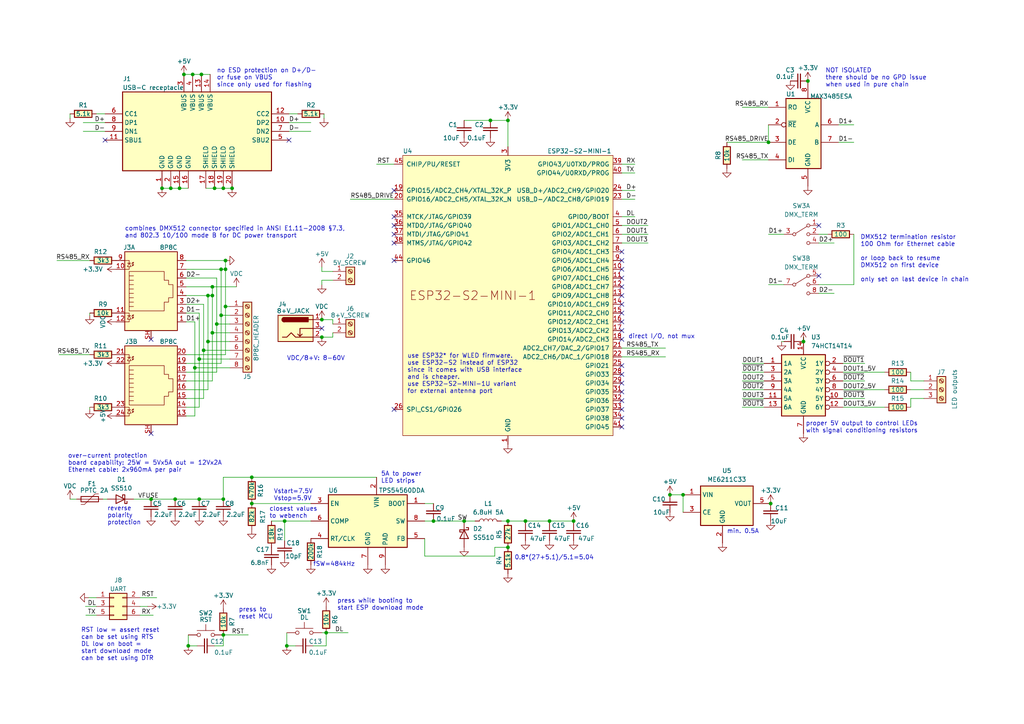
<source format=kicad_sch>
(kicad_sch (version 20230121) (generator eeschema)

  (uuid 43fc3289-82a7-492c-a423-3030e10115dc)

  (paper "A4")

  (title_block
    (title "WLED chain")
    (date "$date$")
    (rev "$version$.$revision$")
    (company "CuVoodoo")
    (comment 1 "King Kévin")
    (comment 2 "CERN-OHL-S")
  )

  

  (junction (at 134.62 151.13) (diameter 0) (color 0 0 0 0)
    (uuid 0376011b-d212-4dce-be3e-dda3b664a3a5)
  )
  (junction (at 198.12 143.51) (diameter 0) (color 0 0 0 0)
    (uuid 07d73c2d-1ab5-4a88-87d8-a2703a449843)
  )
  (junction (at 64.135 78.105) (diameter 0) (color 0 0 0 0)
    (uuid 0860b75b-5101-41b5-9298-95b613d86a3c)
  )
  (junction (at 73.025 146.05) (diameter 0) (color 0 0 0 0)
    (uuid 11077668-1ffc-4613-9737-aed56caad1eb)
  )
  (junction (at 59.055 101.6) (diameter 0) (color 0 0 0 0)
    (uuid 1b625c1a-00b0-460c-8a9a-7e9640c55555)
  )
  (junction (at 61.595 96.52) (diameter 0) (color 0 0 0 0)
    (uuid 28856ea2-76b6-4c83-974d-9814f01a9c32)
  )
  (junction (at 64.77 144.78) (diameter 0) (color 0 0 0 0)
    (uuid 2cf8b031-ab39-48be-92f0-3b7ef95327ea)
  )
  (junction (at 65.405 78.105) (diameter 0) (color 0 0 0 0)
    (uuid 2fc417f3-f53d-4a46-a264-bbedef3e3051)
  )
  (junction (at 61.595 83.185) (diameter 0) (color 0 0 0 0)
    (uuid 33290555-9231-438d-b9a1-481bfb333c4d)
  )
  (junction (at 159.385 151.13) (diameter 0) (color 0 0 0 0)
    (uuid 3524e0a0-2ca0-42ae-8333-55ab968e8e35)
  )
  (junction (at 194.31 143.51) (diameter 0) (color 0 0 0 0)
    (uuid 37bb24eb-150c-4513-af9c-87402a9ed892)
  )
  (junction (at 93.345 97.79) (diameter 0) (color 0 0 0 0)
    (uuid 39128519-bcd5-4e8b-a2c0-9cbb6e4ea4e7)
  )
  (junction (at 64.77 54.61) (diameter 0) (color 0 0 0 0)
    (uuid 394c8da9-03ae-417e-8211-41b0a315cc1c)
  )
  (junction (at 60.325 99.06) (diameter 0) (color 0 0 0 0)
    (uuid 3dd5f921-7604-42ba-ab32-725eaab3b8f0)
  )
  (junction (at 82.55 151.13) (diameter 0) (color 0 0 0 0)
    (uuid 3fbe8df4-4801-46d8-89da-c5b01bee7132)
  )
  (junction (at 50.8 144.78) (diameter 0) (color 0 0 0 0)
    (uuid 411c9673-4a9e-4e03-a3f9-4a96c00c40ef)
  )
  (junction (at 58.42 21.59) (diameter 0) (color 0 0 0 0)
    (uuid 45b38e5d-ea51-4da7-89d0-ce1d0cfb7c46)
  )
  (junction (at 147.32 151.13) (diameter 0) (color 0 0 0 0)
    (uuid 4dc4c252-486c-4e6a-8768-0c2502395284)
  )
  (junction (at 54.61 187.325) (diameter 0) (color 0 0 0 0)
    (uuid 4e28df4b-807b-45a2-80f2-8d19dcd6d503)
  )
  (junction (at 55.88 21.59) (diameter 0) (color 0 0 0 0)
    (uuid 59f75d61-91a2-4d50-b824-f68aa2d96411)
  )
  (junction (at 49.53 54.61) (diameter 0) (color 0 0 0 0)
    (uuid 5e3c2358-7099-4ec9-a624-c9b03f437b85)
  )
  (junction (at 64.77 184.15) (diameter 0) (color 0 0 0 0)
    (uuid 60c58a7a-69f7-477d-a823-a6fc5510edbb)
  )
  (junction (at 46.99 54.61) (diameter 0) (color 0 0 0 0)
    (uuid 65c41ebc-b40a-475f-a58b-f6e262a47490)
  )
  (junction (at 62.865 93.98) (diameter 0) (color 0 0 0 0)
    (uuid 68506e7d-f617-45a3-9451-93eef3aee881)
  )
  (junction (at 64.135 91.44) (diameter 0) (color 0 0 0 0)
    (uuid 686a31f0-4beb-4f0d-9776-eba2c4df8328)
  )
  (junction (at 147.32 34.925) (diameter 0) (color 0 0 0 0)
    (uuid 70f03620-ea35-454a-bb86-9737ad52b427)
  )
  (junction (at 60.325 85.725) (diameter 0) (color 0 0 0 0)
    (uuid 714490d5-85c4-4f07-a7be-688f25e46ac9)
  )
  (junction (at 233.045 99.06) (diameter 0) (color 0 0 0 0)
    (uuid 71ae1d70-81e9-4228-a63f-246d56e14a62)
  )
  (junction (at 57.785 104.14) (diameter 0) (color 0 0 0 0)
    (uuid 8987a159-379e-4620-ba93-5812b2e7a6a0)
  )
  (junction (at 52.07 54.61) (diameter 0) (color 0 0 0 0)
    (uuid 8e2e9e8a-4105-483d-bc2d-1637bf0c04e9)
  )
  (junction (at 152.4 151.13) (diameter 0) (color 0 0 0 0)
    (uuid 8e6e2735-05e9-4a98-b47c-e48e5c46dd26)
  )
  (junction (at 62.23 54.61) (diameter 0) (color 0 0 0 0)
    (uuid 9149bc4f-9668-4740-a628-1ad0c560d705)
  )
  (junction (at 61.595 85.725) (diameter 0) (color 0 0 0 0)
    (uuid aac41452-e49a-4e42-9dcc-9239d8beff90)
  )
  (junction (at 223.52 146.05) (diameter 0) (color 0 0 0 0)
    (uuid b29ed44f-b776-4d7c-865f-1ba66d7ce0ad)
  )
  (junction (at 147.32 158.75) (diameter 0) (color 0 0 0 0)
    (uuid b31b741c-b16b-4627-8d55-86dcf1239e67)
  )
  (junction (at 65.405 75.565) (diameter 0) (color 0 0 0 0)
    (uuid b8ac47b5-0a23-4990-b58a-a33e5adca940)
  )
  (junction (at 83.185 187.325) (diameter 0) (color 0 0 0 0)
    (uuid bb39ea56-b04e-457e-882c-4092bfd67850)
  )
  (junction (at 94.615 183.515) (diameter 0) (color 0 0 0 0)
    (uuid bc75c7b0-fcee-49a0-9708-77c108f1c9ad)
  )
  (junction (at 73.025 138.43) (diameter 0) (color 0 0 0 0)
    (uuid bded8e2d-0313-4604-a8f8-cd6af6a42277)
  )
  (junction (at 65.405 88.9) (diameter 0) (color 0 0 0 0)
    (uuid c17bc07f-c76a-45bc-9f5f-5c79bbf188bb)
  )
  (junction (at 67.31 54.61) (diameter 0) (color 0 0 0 0)
    (uuid c1bdabec-470a-4ca4-8830-5eaf036db204)
  )
  (junction (at 142.24 34.925) (diameter 0) (color 0 0 0 0)
    (uuid c92d028f-20d7-43dd-953a-5e0fbaa5a597)
  )
  (junction (at 125.73 151.13) (diameter 0) (color 0 0 0 0)
    (uuid ca44b4ac-9d50-40db-9280-f5730019d1f1)
  )
  (junction (at 166.37 151.13) (diameter 0) (color 0 0 0 0)
    (uuid db32b209-63da-4939-af96-e622f8da4626)
  )
  (junction (at 56.515 106.68) (diameter 0) (color 0 0 0 0)
    (uuid debbfe59-8fed-4aed-8934-12e7f8f22281)
  )
  (junction (at 57.785 144.78) (diameter 0) (color 0 0 0 0)
    (uuid e9e8f113-a85e-4fe5-88b0-3b3eca8474c4)
  )
  (junction (at 43.815 144.78) (diameter 0) (color 0 0 0 0)
    (uuid edee9cdb-f296-4f56-9697-6e776fb2eba6)
  )
  (junction (at 93.345 92.71) (diameter 0) (color 0 0 0 0)
    (uuid f15d591c-866f-42c0-abca-13f6864a5926)
  )
  (junction (at 234.315 23.495) (diameter 0) (color 0 0 0 0)
    (uuid f512bd62-5993-4cb1-b097-52b8530adb06)
  )
  (junction (at 222.885 41.275) (diameter 0) (color 0 0 0 0)
    (uuid f5f3e790-f67d-45bb-bcec-c70b1d8e2749)
  )
  (junction (at 53.34 21.59) (diameter 0) (color 0 0 0 0)
    (uuid ffb349d3-053e-4267-9f09-876877b313d3)
  )

  (no_connect (at 237.49 65.405) (uuid 0e0afa67-b7a8-47fa-8a56-83b025b67e6c))
  (no_connect (at 180.34 73.025) (uuid 0ebdb717-53aa-45c7-9a17-eb7a7817bc76))
  (no_connect (at 83.82 40.64) (uuid 1acded62-270d-4861-8204-7ea40207109d))
  (no_connect (at 180.34 98.425) (uuid 1fec2ba2-9af1-4978-8a49-2a39022139e7))
  (no_connect (at 114.3 75.565) (uuid 35d50e0d-5cc0-4a8a-aa9d-db2d58ee276b))
  (no_connect (at 180.34 80.645) (uuid 3a7a0374-5c00-44d9-b417-cd45ddacae29))
  (no_connect (at 180.34 118.745) (uuid 3c3d61be-618d-4fe5-91e3-e25e78db2709))
  (no_connect (at 180.34 83.185) (uuid 3fb219db-b718-472c-bbf6-20ca082fa9b8))
  (no_connect (at 180.34 121.285) (uuid 4b4a829d-ccfc-442a-abe8-ef608a3c939a))
  (no_connect (at 114.3 67.945) (uuid 5437ebd6-3f5f-474c-8337-b5d607caa556))
  (no_connect (at 114.3 55.245) (uuid 54d29d29-cdd6-4825-b00c-d09e75ce0af7))
  (no_connect (at 114.3 62.865) (uuid 5b8615f1-0196-4e49-b1e8-e31de4ff6fdb))
  (no_connect (at 180.34 116.205) (uuid 6322fa0c-c24b-46cf-87c1-303751e0bbca))
  (no_connect (at 43.815 98.425) (uuid 660536bc-1378-4a67-b639-1acb0dea0aec))
  (no_connect (at 237.49 80.01) (uuid 6a8b4a8d-c63e-4bf8-b2b9-6f650b3f4709))
  (no_connect (at 180.34 75.565) (uuid 6dd071ff-ead5-47f9-99db-57d238d4767a))
  (no_connect (at 180.34 113.665) (uuid 731aa86c-e321-44f2-b073-b4d0fa5f40f9))
  (no_connect (at 180.34 123.825) (uuid 751cb647-2f6e-4348-9ca7-3eaf9735f0da))
  (no_connect (at 180.34 108.585) (uuid 82c17eb3-c972-4824-8c8c-8548a705b955))
  (no_connect (at 180.34 111.125) (uuid 8445f409-171e-4464-9646-b6d0876c25ed))
  (no_connect (at 180.34 85.725) (uuid 943ec7b2-e40d-4b2e-b985-f2d6eecdd84c))
  (no_connect (at 180.34 93.345) (uuid 979c6cae-bf22-424d-bf1a-ddace46d1f4c))
  (no_connect (at 180.34 106.045) (uuid 9cf05fc8-b4fd-4f62-9f85-9eb1a4d16e6a))
  (no_connect (at 93.345 95.25) (uuid b3f58264-5ea5-4fd1-85ea-04d4ec2b111f))
  (no_connect (at 30.48 40.64) (uuid c07631ca-81b1-418b-bf83-7375c5586f75))
  (no_connect (at 114.3 65.405) (uuid cd6321f4-18dc-447e-a540-b21d9600fd14))
  (no_connect (at 180.34 90.805) (uuid ceda5fe2-54cf-43aa-a389-e70ef432dd83))
  (no_connect (at 180.34 88.265) (uuid cf6dd4c8-21b7-45fe-8217-cd9807f503ec))
  (no_connect (at 180.34 78.105) (uuid d21d63ec-7cac-4f0a-be21-2c3b93a524ab))
  (no_connect (at 114.3 118.745) (uuid d613bd13-a957-4d0f-963c-f0251177ce99))
  (no_connect (at 43.815 125.73) (uuid f14fde20-ed3f-42a0-a689-09b5c9b8cd21))
  (no_connect (at 114.3 70.485) (uuid f296eba0-e3f9-49f1-a710-3a9696ef41ab))
  (no_connect (at 180.34 95.885) (uuid fa7fd07c-5edb-4dc0-8f73-fb83588c3813))

  (wire (pts (xy 56.515 93.345) (xy 56.515 106.68))
    (stroke (width 0) (type default))
    (uuid 002103b4-45e0-435a-918d-3119a7a79a25)
  )
  (wire (pts (xy 232.41 99.06) (xy 233.045 99.06))
    (stroke (width 0) (type default))
    (uuid 03250f7b-d3df-4f04-bfcb-18db6a3342a4)
  )
  (wire (pts (xy 53.975 90.805) (xy 57.785 90.805))
    (stroke (width 0) (type default))
    (uuid 051475e1-6374-4e5f-a5e7-e67793c0bf67)
  )
  (wire (pts (xy 267.97 110.49) (xy 264.16 110.49))
    (stroke (width 0) (type default))
    (uuid 056aafd1-8cc7-4e6d-b336-78a6c0b6238e)
  )
  (wire (pts (xy 78.74 151.13) (xy 82.55 151.13))
    (stroke (width 0) (type default))
    (uuid 058ec47f-5c32-475c-be0f-80f32987f9ec)
  )
  (wire (pts (xy 65.405 102.87) (xy 65.405 88.9))
    (stroke (width 0) (type default))
    (uuid 069563a9-489f-4e92-a63d-26f5af390399)
  )
  (wire (pts (xy 83.82 38.1) (xy 90.17 38.1))
    (stroke (width 0) (type default))
    (uuid 06d459ca-2688-4727-bc53-b2fcc534f578)
  )
  (wire (pts (xy 134.62 34.925) (xy 142.24 34.925))
    (stroke (width 0) (type default))
    (uuid 0a4bfdc7-74ee-4475-9c38-2d85b7d63074)
  )
  (wire (pts (xy 93.345 81.28) (xy 93.345 82.55))
    (stroke (width 0) (type default))
    (uuid 0aa45d3c-f8a0-4ef3-b243-55e5a85842ab)
  )
  (wire (pts (xy 109.22 47.625) (xy 114.3 47.625))
    (stroke (width 0) (type default))
    (uuid 0ca8c487-9605-492e-bd76-cbf352989329)
  )
  (wire (pts (xy 27.94 173.355) (xy 25.781 173.355))
    (stroke (width 0) (type default))
    (uuid 0e948c40-97c5-46eb-b84c-a84905db6860)
  )
  (wire (pts (xy 125.73 146.05) (xy 123.19 146.05))
    (stroke (width 0) (type default))
    (uuid 0f039cae-d7ca-4da0-a9b7-2659bed766ad)
  )
  (wire (pts (xy 237.49 70.485) (xy 241.935 70.485))
    (stroke (width 0) (type default))
    (uuid 0fddeae9-9bdc-42db-80e6-713f032ce773)
  )
  (wire (pts (xy 53.975 93.345) (xy 56.515 93.345))
    (stroke (width 0) (type default))
    (uuid 1106b029-aa8f-4f9f-b4f9-9ac282db1e9f)
  )
  (wire (pts (xy 17.145 102.87) (xy 26.035 102.87))
    (stroke (width 0) (type default))
    (uuid 1213071d-c3ed-450c-bcc2-b32bfce529b4)
  )
  (wire (pts (xy 55.88 21.59) (xy 58.42 21.59))
    (stroke (width 0) (type default))
    (uuid 1389b3af-a0bc-4907-85cd-d8b673ead4ba)
  )
  (wire (pts (xy 73.025 146.05) (xy 90.17 146.05))
    (stroke (width 0) (type default))
    (uuid 146f46aa-235f-4edd-b4a8-d9f5c31c0068)
  )
  (wire (pts (xy 61.595 83.185) (xy 61.595 85.725))
    (stroke (width 0) (type default))
    (uuid 169ebfc5-7c37-44f8-85a1-1063c99d73a8)
  )
  (wire (pts (xy 64.77 138.43) (xy 73.025 138.43))
    (stroke (width 0) (type default))
    (uuid 1aa19f33-12f7-4465-b60f-ac27c414b105)
  )
  (wire (pts (xy 49.53 54.61) (xy 52.07 54.61))
    (stroke (width 0) (type default))
    (uuid 1be3e205-6ef8-4884-9040-209572bccb0d)
  )
  (wire (pts (xy 264.16 110.49) (xy 264.16 107.95))
    (stroke (width 0) (type default))
    (uuid 1c062aed-3dd5-4ca2-9173-d0644c63b66f)
  )
  (wire (pts (xy 180.34 70.485) (xy 187.96 70.485))
    (stroke (width 0) (type default))
    (uuid 1f2fb4c0-90b8-4296-9a29-9cb97f178ded)
  )
  (wire (pts (xy 54.61 187.325) (xy 57.15 187.325))
    (stroke (width 0) (type default))
    (uuid 1f30bc42-3a5a-4f1c-b809-740a4dbb7ade)
  )
  (wire (pts (xy 194.31 143.51) (xy 198.12 143.51))
    (stroke (width 0) (type default))
    (uuid 2052c508-ed36-48a5-a43f-ebd584e3414f)
  )
  (wire (pts (xy 59.055 88.265) (xy 59.055 101.6))
    (stroke (width 0) (type default))
    (uuid 206774a6-322d-468d-9e13-5fe50597a2d4)
  )
  (wire (pts (xy 64.77 138.43) (xy 64.77 144.78))
    (stroke (width 0) (type default))
    (uuid 21eaa847-5b15-4550-83c7-a254c9e2275f)
  )
  (wire (pts (xy 145.415 151.13) (xy 147.32 151.13))
    (stroke (width 0) (type default))
    (uuid 2295f412-d8c2-4b47-8a34-e8635c82840b)
  )
  (wire (pts (xy 93.98 34.29) (xy 93.98 33.02))
    (stroke (width 0) (type default))
    (uuid 2364c9de-33c6-4aea-b9c2-3060fff80519)
  )
  (wire (pts (xy 56.515 106.68) (xy 66.675 106.68))
    (stroke (width 0) (type default))
    (uuid 24b8433c-8bb8-4488-a673-cdec42b49fec)
  )
  (wire (pts (xy 53.975 75.565) (xy 65.405 75.565))
    (stroke (width 0) (type default))
    (uuid 264056f6-e207-439d-839c-62522a6e45de)
  )
  (wire (pts (xy 180.34 47.625) (xy 184.15 47.625))
    (stroke (width 0) (type default))
    (uuid 264436f4-1e26-4dcb-9a58-311613425f2e)
  )
  (wire (pts (xy 24.13 38.1) (xy 30.48 38.1))
    (stroke (width 0) (type default))
    (uuid 27a581f5-f8c8-4253-bcf5-721842294efa)
  )
  (wire (pts (xy 264.16 115.57) (xy 264.16 118.11))
    (stroke (width 0) (type default))
    (uuid 2946f352-498d-4c8b-9703-ea14701d205c)
  )
  (wire (pts (xy 267.97 115.57) (xy 264.16 115.57))
    (stroke (width 0) (type default))
    (uuid 2b9c740d-8eee-4fc2-ad54-175f4945380e)
  )
  (wire (pts (xy 82.55 151.13) (xy 82.55 156.845))
    (stroke (width 0) (type default))
    (uuid 2bfd842f-f98e-4316-abda-b554d2d5025a)
  )
  (wire (pts (xy 215.265 110.49) (xy 221.615 110.49))
    (stroke (width 0) (type default))
    (uuid 2d907792-bf9e-44f2-a125-046ebbe8c44b)
  )
  (wire (pts (xy 215.265 105.41) (xy 221.615 105.41))
    (stroke (width 0) (type default))
    (uuid 2f5f369a-83f0-4784-bb4f-d1edee6a3aa3)
  )
  (wire (pts (xy 215.265 118.11) (xy 221.615 118.11))
    (stroke (width 0) (type default))
    (uuid 2fb9f947-80ca-44af-98a2-57443c12f43a)
  )
  (wire (pts (xy 65.405 75.565) (xy 65.405 78.105))
    (stroke (width 0) (type default))
    (uuid 3280bf03-485f-4b0d-9031-5a3ae10f4e56)
  )
  (wire (pts (xy 62.865 93.98) (xy 62.865 80.645))
    (stroke (width 0) (type default))
    (uuid 32c92d08-2c41-48cf-9c2f-45f06fde6248)
  )
  (wire (pts (xy 93.345 92.71) (xy 96.52 92.71))
    (stroke (width 0) (type default))
    (uuid 35292ac4-78f1-45b2-9559-23c79e2be1b7)
  )
  (wire (pts (xy 222.885 82.55) (xy 227.33 82.55))
    (stroke (width 0) (type default))
    (uuid 375199b6-15f2-43a5-ae25-cd1f89612d47)
  )
  (wire (pts (xy 82.55 151.13) (xy 90.17 151.13))
    (stroke (width 0) (type default))
    (uuid 389a8805-69a7-4cef-ab0a-0c3f708132d6)
  )
  (wire (pts (xy 24.13 35.56) (xy 30.48 35.56))
    (stroke (width 0) (type default))
    (uuid 39999240-8225-4836-8d58-682d3289b23c)
  )
  (wire (pts (xy 61.595 85.725) (xy 61.595 96.52))
    (stroke (width 0) (type default))
    (uuid 3a2e3593-5e9e-4927-9b4d-3578f4e63afc)
  )
  (wire (pts (xy 62.865 107.95) (xy 62.865 93.98))
    (stroke (width 0) (type default))
    (uuid 3ab6de33-0650-4eb0-89a3-91e826ed1ea7)
  )
  (wire (pts (xy 210.82 41.275) (xy 222.885 41.275))
    (stroke (width 0) (type default))
    (uuid 3c409d47-c126-498a-ab4a-2fdf02e1bee5)
  )
  (wire (pts (xy 215.265 113.03) (xy 221.615 113.03))
    (stroke (width 0) (type default))
    (uuid 3ce880f9-00f8-4296-8bc0-d4482687aba1)
  )
  (wire (pts (xy 152.4 151.13) (xy 159.385 151.13))
    (stroke (width 0) (type default))
    (uuid 3ddd872b-f582-451e-86b3-d2b744358e37)
  )
  (wire (pts (xy 247.65 82.55) (xy 247.65 67.945))
    (stroke (width 0) (type default))
    (uuid 3f632224-ed2d-4c79-a82e-147d3d8fb207)
  )
  (wire (pts (xy 53.975 102.87) (xy 65.405 102.87))
    (stroke (width 0) (type default))
    (uuid 4014d0b7-af7d-4012-b607-98817d0d682d)
  )
  (wire (pts (xy 53.975 78.105) (xy 64.135 78.105))
    (stroke (width 0) (type default))
    (uuid 41a4076a-3d4c-4bc4-85b6-06ff782c180c)
  )
  (wire (pts (xy 24.765 175.895) (xy 27.94 175.895))
    (stroke (width 0) (type default))
    (uuid 43c355ab-2711-4d60-a262-61dfecae8d26)
  )
  (wire (pts (xy 125.73 151.13) (xy 134.62 151.13))
    (stroke (width 0) (type default))
    (uuid 479a46b4-e19a-43b8-b221-07a863ed9055)
  )
  (wire (pts (xy 46.99 54.61) (xy 49.53 54.61))
    (stroke (width 0) (type default))
    (uuid 4b7493dc-6b85-4175-8b4a-0c3dc6b4c6eb)
  )
  (wire (pts (xy 147.32 34.925) (xy 142.24 34.925))
    (stroke (width 0) (type default))
    (uuid 4ba9e286-0676-448c-9043-8acf79655b8d)
  )
  (wire (pts (xy 96.52 92.71) (xy 96.52 93.98))
    (stroke (width 0) (type default))
    (uuid 4e7f7c93-22af-412d-9661-9730b5716491)
  )
  (wire (pts (xy 20.32 34.29) (xy 20.32 33.02))
    (stroke (width 0) (type default))
    (uuid 500662d0-339c-49fa-9abd-3a5f9ea28a15)
  )
  (wire (pts (xy 26.035 91.44) (xy 26.035 90.805))
    (stroke (width 0) (type default))
    (uuid 52bf3385-9551-437c-910e-91e96cca09e0)
  )
  (wire (pts (xy 159.385 151.13) (xy 166.37 151.13))
    (stroke (width 0) (type default))
    (uuid 5368e2bf-ff65-4251-bca1-b2c1abc60617)
  )
  (wire (pts (xy 20.32 144.78) (xy 22.225 144.78))
    (stroke (width 0) (type default))
    (uuid 53a96e04-c5b0-40ac-914a-5336160ffb3c)
  )
  (wire (pts (xy 57.785 144.78) (xy 64.77 144.78))
    (stroke (width 0) (type default))
    (uuid 5500cd33-ba67-4a21-a9ce-b55362317ca0)
  )
  (wire (pts (xy 237.49 82.55) (xy 247.65 82.55))
    (stroke (width 0) (type default))
    (uuid 55b6d5a0-598b-4ad4-9f3a-ea24ac7e6813)
  )
  (wire (pts (xy 94.615 183.515) (xy 93.345 183.515))
    (stroke (width 0) (type default))
    (uuid 562e244b-de19-4d62-8487-07dbff8126a1)
  )
  (wire (pts (xy 243.205 41.275) (xy 247.65 41.275))
    (stroke (width 0) (type default))
    (uuid 57acfc4b-8718-434e-b67b-93efa6b031a4)
  )
  (wire (pts (xy 83.185 183.515) (xy 83.185 187.325))
    (stroke (width 0) (type default))
    (uuid 57ec1856-9a37-40bd-9ad1-29b16025a5c2)
  )
  (wire (pts (xy 43.815 144.78) (xy 50.8 144.78))
    (stroke (width 0) (type default))
    (uuid 5a7fabae-fbbe-4d8a-b40b-b4911c1f9fc3)
  )
  (wire (pts (xy 59.055 101.6) (xy 66.675 101.6))
    (stroke (width 0) (type default))
    (uuid 5c8736bf-0245-4247-b68b-2f652cde3952)
  )
  (wire (pts (xy 73.025 138.43) (xy 109.22 138.43))
    (stroke (width 0) (type default))
    (uuid 5f13737b-2fbb-4d95-8837-d4ed5d488d95)
  )
  (wire (pts (xy 56.515 106.68) (xy 56.515 120.65))
    (stroke (width 0) (type default))
    (uuid 5ff32328-2565-47a7-b27b-832c60393611)
  )
  (wire (pts (xy 52.07 54.61) (xy 54.61 54.61))
    (stroke (width 0) (type default))
    (uuid 60ad992d-2651-4c38-ae63-1a5324bdde8c)
  )
  (wire (pts (xy 215.265 31.115) (xy 222.885 31.115))
    (stroke (width 0) (type default))
    (uuid 62274011-e16b-47fc-bbcd-7806b50ea2cc)
  )
  (wire (pts (xy 64.135 78.105) (xy 64.135 91.44))
    (stroke (width 0) (type default))
    (uuid 62d76d46-4815-4883-8110-7facd7f1bdbf)
  )
  (wire (pts (xy 53.975 105.41) (xy 64.135 105.41))
    (stroke (width 0) (type default))
    (uuid 63b0b69c-077a-4647-acdc-55f1c61fbd18)
  )
  (wire (pts (xy 53.975 88.265) (xy 59.055 88.265))
    (stroke (width 0) (type default))
    (uuid 66687a8a-c10f-4f50-b5a8-45c615246613)
  )
  (wire (pts (xy 243.205 36.195) (xy 247.65 36.195))
    (stroke (width 0) (type default))
    (uuid 69ac1103-811a-4af1-b0f7-a818e68e3b67)
  )
  (wire (pts (xy 60.325 85.725) (xy 61.595 85.725))
    (stroke (width 0) (type default))
    (uuid 6a32a3a8-bbc7-4193-9d62-ce5542fa261e)
  )
  (wire (pts (xy 101.6 57.785) (xy 114.3 57.785))
    (stroke (width 0) (type default))
    (uuid 6a5685bb-f2f7-4b1d-802e-2ecee495f4ac)
  )
  (wire (pts (xy 53.975 80.645) (xy 62.865 80.645))
    (stroke (width 0) (type default))
    (uuid 6b573eca-3af9-448c-a986-1e89e8027b05)
  )
  (wire (pts (xy 215.265 107.95) (xy 221.615 107.95))
    (stroke (width 0) (type default))
    (uuid 6bb0355a-7194-42cd-8743-5d1fd046c0d7)
  )
  (wire (pts (xy 72.009 184.15) (xy 64.77 184.15))
    (stroke (width 0) (type default))
    (uuid 6bbf7563-2155-4e79-9ce3-ced76a75fcd4)
  )
  (wire (pts (xy 143.51 161.29) (xy 143.51 158.75))
    (stroke (width 0) (type default))
    (uuid 6c406785-9b63-437b-85bd-6fd830ddf7f5)
  )
  (wire (pts (xy 64.135 91.44) (xy 66.675 91.44))
    (stroke (width 0) (type default))
    (uuid 6dc0ee6a-6108-48cc-bca9-ac515f20c60b)
  )
  (wire (pts (xy 58.42 21.59) (xy 60.96 21.59))
    (stroke (width 0) (type default))
    (uuid 6e4cd71a-4708-42ee-a04c-7df540b347fb)
  )
  (wire (pts (xy 159.385 151.765) (xy 159.385 151.13))
    (stroke (width 0) (type default))
    (uuid 71aec16c-adaa-4370-b1c0-49b469dd48ab)
  )
  (wire (pts (xy 53.975 107.95) (xy 62.865 107.95))
    (stroke (width 0) (type default))
    (uuid 723caeb2-2b5a-4ef0-aa75-7464424147c7)
  )
  (wire (pts (xy 24.892 178.435) (xy 27.94 178.435))
    (stroke (width 0) (type default))
    (uuid 727a04a2-793d-4a79-bf50-e9e261b2fa85)
  )
  (wire (pts (xy 244.475 110.49) (xy 250.825 110.49))
    (stroke (width 0) (type default))
    (uuid 772c6b3a-2bcf-4fba-acfa-100a667be38c)
  )
  (wire (pts (xy 94.615 183.515) (xy 100.965 183.515))
    (stroke (width 0) (type default))
    (uuid 775b455a-24b6-498f-bcc1-d67b70eb2242)
  )
  (wire (pts (xy 57.785 104.14) (xy 57.785 118.11))
    (stroke (width 0) (type default))
    (uuid 78aa215d-a29a-463a-803f-e77a9e547a24)
  )
  (wire (pts (xy 64.135 91.44) (xy 64.135 105.41))
    (stroke (width 0) (type default))
    (uuid 78c656b9-77dc-4e7b-9870-f038f2bb569a)
  )
  (wire (pts (xy 64.77 187.325) (xy 62.23 187.325))
    (stroke (width 0) (type default))
    (uuid 7963edfb-8f17-44ec-ac01-210b7c991248)
  )
  (wire (pts (xy 244.475 105.41) (xy 250.825 105.41))
    (stroke (width 0) (type default))
    (uuid 79c2274e-d4ca-46d6-b6da-ffa5ad467205)
  )
  (wire (pts (xy 237.49 67.945) (xy 240.03 67.945))
    (stroke (width 0) (type default))
    (uuid 7ac4a357-a579-49a1-ad40-84ae0573c544)
  )
  (wire (pts (xy 56.515 120.65) (xy 53.975 120.65))
    (stroke (width 0) (type default))
    (uuid 7b8845d7-6458-4741-910e-c16c58aa85c7)
  )
  (wire (pts (xy 57.785 104.14) (xy 66.675 104.14))
    (stroke (width 0) (type default))
    (uuid 7c592e1a-879d-4b57-b616-84b66b49d86f)
  )
  (wire (pts (xy 86.36 33.02) (xy 83.82 33.02))
    (stroke (width 0) (type default))
    (uuid 7cdb0db8-27e6-43e2-bead-87596d3242ef)
  )
  (wire (pts (xy 68.58 83.185) (xy 61.595 83.185))
    (stroke (width 0) (type default))
    (uuid 7d4f7c94-8577-4ef8-a3b9-33323c498538)
  )
  (wire (pts (xy 123.19 161.29) (xy 123.19 156.21))
    (stroke (width 0) (type default))
    (uuid 7e8e620e-2d5e-4557-bd6e-13b9e8080594)
  )
  (wire (pts (xy 65.405 78.105) (xy 65.405 88.9))
    (stroke (width 0) (type default))
    (uuid 8015a6c0-dc52-4fab-8b6f-475bd5270b47)
  )
  (wire (pts (xy 143.51 158.75) (xy 147.32 158.75))
    (stroke (width 0) (type default))
    (uuid 812e19d8-ee40-4f42-8300-44d35f85ec5d)
  )
  (wire (pts (xy 65.405 78.105) (xy 64.135 78.105))
    (stroke (width 0) (type default))
    (uuid 81469471-2566-4669-80f2-4eba7afe8848)
  )
  (wire (pts (xy 61.595 96.52) (xy 66.675 96.52))
    (stroke (width 0) (type default))
    (uuid 82a7c5c7-58cb-4919-ab90-6a10ece93f5d)
  )
  (wire (pts (xy 26.035 118.745) (xy 26.035 118.11))
    (stroke (width 0) (type default))
    (uuid 855c879b-09f1-4dbf-a81f-6a4fdbb20802)
  )
  (wire (pts (xy 222.885 36.195) (xy 222.885 41.275))
    (stroke (width 0) (type default))
    (uuid 85e9ff9e-4f11-4590-9588-b76216258343)
  )
  (wire (pts (xy 53.975 115.57) (xy 59.055 115.57))
    (stroke (width 0) (type default))
    (uuid 89e74306-8933-4dc5-84b3-b39acdb8b963)
  )
  (wire (pts (xy 42.799 175.895) (xy 40.64 175.895))
    (stroke (width 0) (type default))
    (uuid 8b9387ff-8c47-4df0-ade8-a1b9902b007f)
  )
  (wire (pts (xy 53.975 113.03) (xy 60.325 113.03))
    (stroke (width 0) (type default))
    (uuid 8cad4d8d-13e5-40e1-a328-4faff9d7e6a6)
  )
  (wire (pts (xy 237.49 85.09) (xy 241.935 85.09))
    (stroke (width 0) (type default))
    (uuid 8d644996-2e88-4f52-9063-45117b9b9f09)
  )
  (wire (pts (xy 54.61 187.325) (xy 54.61 184.15))
    (stroke (width 0) (type default))
    (uuid 968018a3-13bd-4031-a1c7-03e003c9979a)
  )
  (wire (pts (xy 64.77 54.61) (xy 67.31 54.61))
    (stroke (width 0) (type default))
    (uuid 9c04d96d-fbf1-4691-9914-0d950061fa87)
  )
  (wire (pts (xy 96.52 97.79) (xy 96.52 96.52))
    (stroke (width 0) (type default))
    (uuid 9c751963-07e4-45fc-9e9e-45164e7ba81e)
  )
  (wire (pts (xy 83.185 187.325) (xy 85.725 187.325))
    (stroke (width 0) (type default))
    (uuid a229953b-d435-4491-9103-fd89b8aaf9ca)
  )
  (wire (pts (xy 180.34 57.785) (xy 184.15 57.785))
    (stroke (width 0) (type default))
    (uuid a2742bcf-6c0f-45de-96c5-6904bd1ff74e)
  )
  (wire (pts (xy 244.475 113.03) (xy 256.54 113.03))
    (stroke (width 0) (type default))
    (uuid a284495a-da75-448d-a17b-7aef087c2864)
  )
  (wire (pts (xy 198.12 148.59) (xy 198.12 143.51))
    (stroke (width 0) (type default))
    (uuid a2b1a2fc-539a-4734-a0e8-951eb52b62f1)
  )
  (wire (pts (xy 16.51 75.565) (xy 26.035 75.565))
    (stroke (width 0) (type default))
    (uuid a42c3e52-4126-48c1-b9cd-8413acb4da1a)
  )
  (wire (pts (xy 62.23 54.61) (xy 64.77 54.61))
    (stroke (width 0) (type default))
    (uuid a5e686d8-e679-4a01-9852-de961118878f)
  )
  (wire (pts (xy 59.055 101.6) (xy 59.055 115.57))
    (stroke (width 0) (type default))
    (uuid a6a22ef5-c887-49d8-95ea-ec22459a47ee)
  )
  (wire (pts (xy 94.615 183.515) (xy 94.615 187.325))
    (stroke (width 0) (type default))
    (uuid a81daf93-adf4-423f-ba34-d404bd8562e6)
  )
  (wire (pts (xy 222.885 67.945) (xy 227.33 67.945))
    (stroke (width 0) (type default))
    (uuid aa54d387-01c2-4af5-952a-cd1fc82efc00)
  )
  (wire (pts (xy 244.475 115.57) (xy 250.825 115.57))
    (stroke (width 0) (type default))
    (uuid ac5e3af6-a1b6-44f6-b88b-85e8c1c51b44)
  )
  (wire (pts (xy 59.69 54.61) (xy 62.23 54.61))
    (stroke (width 0) (type default))
    (uuid aca5203d-5922-458a-931a-b3e8bebe5edb)
  )
  (wire (pts (xy 244.475 118.11) (xy 256.54 118.11))
    (stroke (width 0) (type default))
    (uuid ada554c0-0ede-40e0-b21c-ab8cdc2d74fc)
  )
  (wire (pts (xy 233.045 99.06) (xy 233.045 97.79))
    (stroke (width 0) (type default))
    (uuid b36d45a2-1eee-4ca8-96ca-b41de63a5370)
  )
  (wire (pts (xy 180.34 55.245) (xy 184.15 55.245))
    (stroke (width 0) (type default))
    (uuid b72f35c1-3ac3-42d2-9009-55649edad6e7)
  )
  (wire (pts (xy 83.82 35.56) (xy 90.17 35.56))
    (stroke (width 0) (type default))
    (uuid bdb4dc57-7d75-45ae-936e-9f79c48e6ff0)
  )
  (wire (pts (xy 53.975 85.725) (xy 60.325 85.725))
    (stroke (width 0) (type default))
    (uuid bdfb9fed-a4ec-4a70-be56-60436bbb913c)
  )
  (wire (pts (xy 123.19 161.29) (xy 143.51 161.29))
    (stroke (width 0) (type default))
    (uuid bf016395-db56-4bc9-88d0-06e51cf4f252)
  )
  (wire (pts (xy 180.34 62.865) (xy 184.15 62.865))
    (stroke (width 0) (type default))
    (uuid c015dd76-2af5-4c14-98d8-181bb1ef634a)
  )
  (wire (pts (xy 147.32 34.925) (xy 147.32 42.545))
    (stroke (width 0) (type default))
    (uuid c0bc6168-d553-4199-ad34-41a40b509894)
  )
  (wire (pts (xy 27.94 33.02) (xy 30.48 33.02))
    (stroke (width 0) (type default))
    (uuid c2e90c35-4140-404e-86f0-60acd4ac2dc3)
  )
  (wire (pts (xy 60.325 99.06) (xy 60.325 113.03))
    (stroke (width 0) (type default))
    (uuid c470092e-0b1b-453e-9dfe-fcfa907a5f87)
  )
  (wire (pts (xy 152.4 151.765) (xy 152.4 151.13))
    (stroke (width 0) (type default))
    (uuid c50c4f4c-481d-4aa7-a946-ad1584277953)
  )
  (wire (pts (xy 180.34 50.165) (xy 184.15 50.165))
    (stroke (width 0) (type default))
    (uuid c646ab6d-1c62-46fd-aee3-fd08520a690f)
  )
  (wire (pts (xy 38.735 144.78) (xy 43.815 144.78))
    (stroke (width 0) (type default))
    (uuid c7bf1bcb-3835-4d1b-b67c-350b15626caa)
  )
  (wire (pts (xy 166.37 151.765) (xy 166.37 151.13))
    (stroke (width 0) (type default))
    (uuid c7ca7b60-1315-4deb-adc5-364730b93a16)
  )
  (wire (pts (xy 64.77 184.15) (xy 64.77 187.325))
    (stroke (width 0) (type default))
    (uuid c8cf1956-2521-476f-88b2-582c588ebfae)
  )
  (wire (pts (xy 60.325 99.06) (xy 66.675 99.06))
    (stroke (width 0) (type default))
    (uuid c97672fc-89e7-4941-be2e-f0f2c138be66)
  )
  (wire (pts (xy 215.265 46.355) (xy 222.885 46.355))
    (stroke (width 0) (type default))
    (uuid ca153699-d63b-4d3b-b173-41bbf3316ddb)
  )
  (wire (pts (xy 134.62 151.13) (xy 137.795 151.13))
    (stroke (width 0) (type default))
    (uuid cb1b1240-c9d4-4f13-8d9e-0338d942814a)
  )
  (wire (pts (xy 147.32 151.13) (xy 152.4 151.13))
    (stroke (width 0) (type default))
    (uuid cba7046d-6986-4727-b9eb-295929524f8b)
  )
  (wire (pts (xy 93.345 78.74) (xy 96.52 78.74))
    (stroke (width 0) (type default))
    (uuid d0367492-26fb-48a1-a05b-a7fd9e943d21)
  )
  (wire (pts (xy 227.33 99.06) (xy 226.695 99.06))
    (stroke (width 0) (type default))
    (uuid d08d7a9e-01db-4f5b-b5fc-e7d26c8df871)
  )
  (wire (pts (xy 180.34 103.505) (xy 193.04 103.505))
    (stroke (width 0) (type default))
    (uuid d0abfe52-b36b-4c08-8b7d-51fcfff82fb6)
  )
  (wire (pts (xy 53.975 118.11) (xy 57.785 118.11))
    (stroke (width 0) (type default))
    (uuid d21172f3-08e3-4bbe-9ec2-e10a46961bc1)
  )
  (wire (pts (xy 94.615 187.325) (xy 90.805 187.325))
    (stroke (width 0) (type default))
    (uuid d3ec47fe-093e-4f9e-9b09-dd2c9baee261)
  )
  (wire (pts (xy 93.345 78.74) (xy 93.345 77.47))
    (stroke (width 0) (type default))
    (uuid d4861702-91dd-4515-80af-1b05d90c17da)
  )
  (wire (pts (xy 53.975 110.49) (xy 61.595 110.49))
    (stroke (width 0) (type default))
    (uuid d5b6ec3d-1169-4815-8177-df5018aab1a2)
  )
  (wire (pts (xy 61.595 96.52) (xy 61.595 110.49))
    (stroke (width 0) (type default))
    (uuid df073a6e-3d2a-4fae-97ee-bc601484a3e5)
  )
  (wire (pts (xy 40.64 173.355) (xy 45.466 173.355))
    (stroke (width 0) (type default))
    (uuid df7a49a3-183d-49aa-a63d-abf421ba168b)
  )
  (wire (pts (xy 53.975 83.185) (xy 61.595 83.185))
    (stroke (width 0) (type default))
    (uuid e0341e70-7e33-443f-bba2-2d3ee4a30440)
  )
  (wire (pts (xy 180.34 67.945) (xy 187.96 67.945))
    (stroke (width 0) (type default))
    (uuid e0874b61-c004-4127-b0ab-55d97a483a03)
  )
  (wire (pts (xy 93.345 81.28) (xy 96.52 81.28))
    (stroke (width 0) (type default))
    (uuid e1314c5d-03c5-4356-8b6b-852663b140fc)
  )
  (wire (pts (xy 50.8 144.78) (xy 57.785 144.78))
    (stroke (width 0) (type default))
    (uuid e241ef63-85ed-4232-a791-b67e776585cd)
  )
  (wire (pts (xy 125.73 151.13) (xy 123.19 151.13))
    (stroke (width 0) (type default))
    (uuid e44936c7-c628-4c0f-a5e8-39e535153b03)
  )
  (wire (pts (xy 180.34 65.405) (xy 187.96 65.405))
    (stroke (width 0) (type default))
    (uuid e8c46e5c-f080-4d30-a634-2fe578a6a5e4)
  )
  (wire (pts (xy 29.845 144.78) (xy 31.115 144.78))
    (stroke (width 0) (type default))
    (uuid eb83a95b-71c8-440f-abb2-4ef9029a5814)
  )
  (wire (pts (xy 215.265 115.57) (xy 221.615 115.57))
    (stroke (width 0) (type default))
    (uuid ec12bab6-b73e-4058-b23c-6402c9f0600d)
  )
  (wire (pts (xy 57.785 90.805) (xy 57.785 104.14))
    (stroke (width 0) (type default))
    (uuid ec79ee47-9ab7-4fad-b03e-7a86f6fc74d8)
  )
  (wire (pts (xy 264.16 113.03) (xy 267.97 113.03))
    (stroke (width 0) (type default))
    (uuid ecc6f481-e49b-4004-9e1b-6124bbad6974)
  )
  (wire (pts (xy 244.475 107.95) (xy 256.54 107.95))
    (stroke (width 0) (type default))
    (uuid f0bc1a18-8432-4352-8e10-c70f4ba87ba9)
  )
  (wire (pts (xy 60.325 85.725) (xy 60.325 99.06))
    (stroke (width 0) (type default))
    (uuid f76c8211-e349-4984-b047-a6c9493d7394)
  )
  (wire (pts (xy 40.64 178.435) (xy 44.45 178.435))
    (stroke (width 0) (type default))
    (uuid f8603a94-5bb7-4a3a-89f5-4a3e4cc63cbb)
  )
  (wire (pts (xy 53.34 21.59) (xy 55.88 21.59))
    (stroke (width 0) (type default))
    (uuid f88a39f0-a72d-4b68-a646-548baa36a0bc)
  )
  (wire (pts (xy 180.34 100.965) (xy 193.04 100.965))
    (stroke (width 0) (type default))
    (uuid f90359ed-5015-42b4-a09c-430bb6c46e5d)
  )
  (wire (pts (xy 62.865 93.98) (xy 66.675 93.98))
    (stroke (width 0) (type default))
    (uuid fb630a17-e131-4610-9815-65ee09c1676a)
  )
  (wire (pts (xy 65.405 88.9) (xy 66.675 88.9))
    (stroke (width 0) (type default))
    (uuid fbc0af4e-68e4-4b02-8021-14e0cefbcbb9)
  )
  (wire (pts (xy 93.345 97.79) (xy 96.52 97.79))
    (stroke (width 0) (type default))
    (uuid ff7cb4a7-f41b-470d-afc6-caffea44a950)
  )

  (text "RST low = assert reset\ncan be set using RTS\nDL low on boot =\nstart download mode\ncan be set using DTR"
    (at 23.495 191.77 0)
    (effects (font (size 1.27 1.27)) (justify left bottom))
    (uuid 258b3ae0-ecf2-40af-8f38-3809e4fcdb45)
  )
  (text "Vstart=7.5V\nVstop=5.9V" (at 79.375 145.415 0)
    (effects (font (size 1.27 1.27)) (justify left bottom))
    (uuid 3f01da4b-62f8-44e4-bd9c-78b2909b44ad)
  )
  (text "no ESD protection on D+/D-\nor fuse on VBUS\nsince only used for flashing"
    (at 62.865 25.4 0)
    (effects (font (size 1.27 1.27)) (justify left bottom))
    (uuid 3f275793-fa9a-41fa-8b85-c21a4d2200db)
  )
  (text "proper 5V output to control LEDs\nwith signal conditioning resistors"
    (at 233.68 125.73 0)
    (effects (font (size 1.27 1.27)) (justify left bottom))
    (uuid 48ffb08a-ba76-41dc-9388-ffaf10d0cd40)
  )
  (text "over-current protection\nboard capability: 25W = 5Vx5A out = 12Vx2A\nEthernet cable: 2x960mA per pair"
    (at 19.685 137.16 0)
    (effects (font (size 1.27 1.27)) (justify left bottom))
    (uuid 514f0e72-992c-44f0-bbda-ba5977cc90ba)
  )
  (text "combines DMX512 connector specified in ANSI E1.11-2008 §7.3,\nand 802.3 10/100 mode B for DC power transport"
    (at 36.195 69.215 0)
    (effects (font (size 1.27 1.27)) (justify left bottom))
    (uuid 56ab70bd-978f-4694-b117-68d2a8c5e4f3)
  )
  (text "press to\nreset MCU" (at 69.215 179.705 0)
    (effects (font (size 1.27 1.27)) (justify left bottom))
    (uuid 5fe6a8f2-b7a4-4a36-9560-bd4085414ed0)
  )
  (text "0.8*(27+5.1)/5.1=5.04" (at 149.225 162.56 0)
    (effects (font (size 1.27 1.27)) (justify left bottom))
    (uuid 6a38ab57-663c-42b6-9836-098c390e044f)
  )
  (text "VDC/8+V: 8-60V" (at 83.185 104.775 0)
    (effects (font (size 1.27 1.27)) (justify left bottom))
    (uuid 71dc1f25-7843-4da2-ade2-f49009251e55)
  )
  (text "reverse\npolarity\nprotection" (at 31.115 152.4 0)
    (effects (font (size 1.27 1.27)) (justify left bottom))
    (uuid 864dc3a4-6ffe-4d39-aab8-1b134fc03967)
  )
  (text "DMX512 termination resistor\n100 Ohm for Ethernet cable\n\nor loop back to resume\nDMX512 on first device\n\nonly set on last device in chain"
    (at 249.555 81.915 0)
    (effects (font (size 1.27 1.27)) (justify left bottom))
    (uuid 8769a617-07b2-4515-9d10-4a161bd9872b)
  )
  (text "min. 0.5A" (at 210.82 154.94 0)
    (effects (font (size 1.27 1.27)) (justify left bottom))
    (uuid 88766b26-58cc-492c-a582-5e096b2bc8b8)
  )
  (text "closest values\nto webench" (at 78.105 150.495 0)
    (effects (font (size 1.27 1.27)) (justify left bottom))
    (uuid 9e015277-0fce-4f86-81c0-beff2b27f581)
  )
  (text "5A to power\nLED strips" (at 110.49 140.335 0)
    (effects (font (size 1.27 1.27)) (justify left bottom))
    (uuid afb18939-aa13-4de9-aae8-3e97d946b74d)
  )
  (text "fSW=484kHz" (at 90.805 164.465 0)
    (effects (font (size 1.27 1.27)) (justify left bottom))
    (uuid bff56808-735d-4c86-802a-50856c90a1b5)
  )
  (text "direct I/O, not mux" (at 182.245 98.425 0)
    (effects (font (size 1.27 1.27)) (justify left bottom))
    (uuid c822cdf5-31e2-48bc-ab08-cfc0796f7c06)
  )
  (text "press while booting to\nstart ESP download mode" (at 97.79 177.165 0)
    (effects (font (size 1.27 1.27)) (justify left bottom))
    (uuid f488112c-2a49-4a5c-a179-8975ec88263f)
  )
  (text "NOT ISOLATED\nthere should be no GPD issue\nwhen used in pure chain"
    (at 239.395 25.4 0)
    (effects (font (size 1.27 1.27)) (justify left bottom))
    (uuid ff563856-b90d-4992-8f5e-844d79530f4d)
  )
  (text "use ESP32* for WLED firmware.\nuse ESP32-S2 instead of ESP32\nsince it comes with USB interface\nand is cheaper.\nuse ESP32-S2-MINI-1U variant\nfor external antenna port"
    (at 118.11 114.3 0)
    (effects (font (size 1.27 1.27)) (justify left bottom))
    (uuid ff945130-44eb-4af4-89f4-73c5ef7dceac)
  )

  (label "~{DOUT2}" (at 244.475 110.49 0) (fields_autoplaced)
    (effects (font (size 1.27 1.27)) (justify left bottom))
    (uuid 03ba7fae-8e73-4565-a515-27a8495a4b7e)
  )
  (label "RX" (at 41.021 178.435 0) (fields_autoplaced)
    (effects (font (size 1.27 1.27)) (justify left bottom))
    (uuid 0e8a3dd0-9680-4344-b020-a8096802b744)
  )
  (label "D2+" (at 53.975 88.265 0) (fields_autoplaced)
    (effects (font (size 1.27 1.27)) (justify left bottom))
    (uuid 12c74181-8f5e-4609-9bf8-b35f4fd7a5a3)
  )
  (label "VFUSE" (at 40.005 144.78 0) (fields_autoplaced)
    (effects (font (size 1.27 1.27)) (justify left bottom))
    (uuid 1823d8e5-f8c5-4670-bfa3-46e07fc95b3d)
  )
  (label "DOUT3_5V" (at 244.475 118.11 0) (fields_autoplaced)
    (effects (font (size 1.27 1.27)) (justify left bottom))
    (uuid 1c6d6077-d5bb-4766-af8c-08f727380de7)
  )
  (label "DOUT2" (at 181.61 65.405 0) (fields_autoplaced)
    (effects (font (size 1.27 1.27)) (justify left bottom))
    (uuid 1f57e7f3-e02c-471e-8213-2fa76847d33e)
  )
  (label "~{DOUT1}" (at 221.615 107.95 180) (fields_autoplaced)
    (effects (font (size 1.27 1.27)) (justify right bottom))
    (uuid 1fd37192-93b4-465a-ba06-38f82b36d306)
  )
  (label "DOUT1" (at 181.61 67.945 0) (fields_autoplaced)
    (effects (font (size 1.27 1.27)) (justify left bottom))
    (uuid 31fa9339-7bc5-4a27-8cfc-0172af58ccd2)
  )
  (label "D-" (at 83.82 38.1 0) (fields_autoplaced)
    (effects (font (size 1.27 1.27)) (justify left bottom))
    (uuid 3cd9fdfa-1022-4d90-aa30-1f648b22809a)
  )
  (label "RS485_TX" (at 181.61 100.965 0) (fields_autoplaced)
    (effects (font (size 1.27 1.27)) (justify left bottom))
    (uuid 420ac880-b2e1-4476-bdc2-3d4576f8cce4)
  )
  (label "TX" (at 25.4 178.435 0) (fields_autoplaced)
    (effects (font (size 1.27 1.27)) (justify left bottom))
    (uuid 42fa989a-56c1-45ec-82f6-bfa16c3349c2)
  )
  (label "~{DOUT1}" (at 244.475 105.41 0) (fields_autoplaced)
    (effects (font (size 1.27 1.27)) (justify left bottom))
    (uuid 462131e8-5f24-41ac-99fc-65e1418bb3bd)
  )
  (label "RS485_DRIVE" (at 222.885 41.275 180) (fields_autoplaced)
    (effects (font (size 1.27 1.27)) (justify right bottom))
    (uuid 4b9abf86-2a48-4453-8f2a-efac77b3a408)
  )
  (label "D1+" (at 243.205 36.195 0) (fields_autoplaced)
    (effects (font (size 1.27 1.27)) (justify left bottom))
    (uuid 5439987a-6d22-47f1-9977-366d5fd61251)
  )
  (label "D+" (at 30.48 35.56 180) (fields_autoplaced)
    (effects (font (size 1.27 1.27)) (justify right bottom))
    (uuid 56fe67f9-0526-4caa-968f-f5a102375253)
  )
  (label "DL" (at 181.61 62.865 0) (fields_autoplaced)
    (effects (font (size 1.27 1.27)) (justify left bottom))
    (uuid 60d2938c-2c4b-49e7-ad67-6f9e2b30ec51)
  )
  (label "TX" (at 181.61 50.165 0) (fields_autoplaced)
    (effects (font (size 1.27 1.27)) (justify left bottom))
    (uuid 6101019c-4edc-47c2-a96c-0716b29a45a9)
  )
  (label "D2-" (at 53.975 80.645 0) (fields_autoplaced)
    (effects (font (size 1.27 1.27)) (justify left bottom))
    (uuid 6461fe40-198b-4509-adfe-9eec217c1683)
  )
  (label "SW" (at 132.715 151.13 0) (fields_autoplaced)
    (effects (font (size 1.27 1.27)) (justify left bottom))
    (uuid 64a611f8-6dcc-4c5d-a524-ca7fbb44aed3)
  )
  (label "D2+" (at 237.49 70.485 0) (fields_autoplaced)
    (effects (font (size 1.27 1.27)) (justify left bottom))
    (uuid 67dc1dd9-b2e6-40c6-8c17-6d6dd450e466)
  )
  (label "D1-" (at 53.975 90.805 0) (fields_autoplaced)
    (effects (font (size 1.27 1.27)) (justify left bottom))
    (uuid 6b8e4c29-8abd-48fc-91c0-ac2eb2dfc719)
  )
  (label "D+" (at 83.82 35.56 0) (fields_autoplaced)
    (effects (font (size 1.27 1.27)) (justify left bottom))
    (uuid 6badf4c2-4a01-4e54-a273-bb672ebffe94)
  )
  (label "D1+" (at 222.885 67.945 0) (fields_autoplaced)
    (effects (font (size 1.27 1.27)) (justify left bottom))
    (uuid 73232d1b-060e-4131-a652-61ba99e816eb)
  )
  (label "DOUT3" (at 221.615 115.57 180) (fields_autoplaced)
    (effects (font (size 1.27 1.27)) (justify right bottom))
    (uuid 7948dc6d-e607-4500-9ba6-0b055726de6c)
  )
  (label "DOUT1_5V" (at 244.475 107.95 0) (fields_autoplaced)
    (effects (font (size 1.27 1.27)) (justify left bottom))
    (uuid 7a5a33a5-03af-4f4c-8cdf-a088ce691da8)
  )
  (label "D-" (at 181.61 57.785 0) (fields_autoplaced)
    (effects (font (size 1.27 1.27)) (justify left bottom))
    (uuid 7dd46178-bbf1-45c2-93d5-bb495d678336)
  )
  (label "D-" (at 30.48 38.1 180) (fields_autoplaced)
    (effects (font (size 1.27 1.27)) (justify right bottom))
    (uuid 7f8f02d8-4fdd-4531-9ad1-ee5c599f7131)
  )
  (label "D2-" (at 237.49 85.09 0) (fields_autoplaced)
    (effects (font (size 1.27 1.27)) (justify left bottom))
    (uuid 7f90e0cd-8e52-403b-a34e-20dc5e6d98b2)
  )
  (label "DOUT2_5V" (at 244.475 113.03 0) (fields_autoplaced)
    (effects (font (size 1.27 1.27)) (justify left bottom))
    (uuid 8d577c4e-318c-41d5-8a7e-31bea9f5c220)
  )
  (label "DOUT3" (at 181.61 70.485 0) (fields_autoplaced)
    (effects (font (size 1.27 1.27)) (justify left bottom))
    (uuid 9272c9a5-6a02-4cf0-90d4-e023ea65d4d3)
  )
  (label "D1-" (at 243.205 41.275 0) (fields_autoplaced)
    (effects (font (size 1.27 1.27)) (justify left bottom))
    (uuid 974e5d43-09a4-4357-bab7-93f4681dd0f4)
  )
  (label "DOUT2" (at 221.615 110.49 180) (fields_autoplaced)
    (effects (font (size 1.27 1.27)) (justify right bottom))
    (uuid 9aa9a092-559b-4361-8653-941a7fdba9de)
  )
  (label "~{DOUT3}" (at 244.475 115.57 0) (fields_autoplaced)
    (effects (font (size 1.27 1.27)) (justify left bottom))
    (uuid 9f9c37a4-f60d-41e3-96e2-27157ff3478a)
  )
  (label "DL" (at 25.4 175.895 0) (fields_autoplaced)
    (effects (font (size 1.27 1.27)) (justify left bottom))
    (uuid a8a0e5bc-6dca-4cba-8a61-d2ed53496fa2)
  )
  (label "RX" (at 181.61 47.625 0) (fields_autoplaced)
    (effects (font (size 1.27 1.27)) (justify left bottom))
    (uuid aa854a45-bb3f-4af3-a57c-1acaaa375795)
  )
  (label "D1+" (at 53.975 93.345 0) (fields_autoplaced)
    (effects (font (size 1.27 1.27)) (justify left bottom))
    (uuid b2733c2f-38f5-4970-9638-399c4a1cbae4)
  )
  (label "RS485_RX" (at 26.035 75.565 180) (fields_autoplaced)
    (effects (font (size 1.27 1.27)) (justify right bottom))
    (uuid b68d0032-0c17-41da-ac03-343854f8caf2)
  )
  (label "D1-" (at 222.885 82.55 0) (fields_autoplaced)
    (effects (font (size 1.27 1.27)) (justify left bottom))
    (uuid bdf99d88-fdd0-4ebd-af25-d6caa5f377d2)
  )
  (label "RST" (at 113.03 47.625 180) (fields_autoplaced)
    (effects (font (size 1.27 1.27)) (justify right bottom))
    (uuid c347de54-12fb-45e7-8836-47ab6c36cf56)
  )
  (label "RS485_TX" (at 222.885 46.355 180) (fields_autoplaced)
    (effects (font (size 1.27 1.27)) (justify right bottom))
    (uuid c8920f38-59be-4e8b-b61e-edbf8cd9b5bc)
  )
  (label "RS485_DRIVE" (at 114.3 57.785 180) (fields_autoplaced)
    (effects (font (size 1.27 1.27)) (justify right bottom))
    (uuid cc2e6b57-ef5b-4642-a62e-ae817f5fbc1e)
  )
  (label "RS485_RX" (at 222.885 31.115 180) (fields_autoplaced)
    (effects (font (size 1.27 1.27)) (justify right bottom))
    (uuid d7ab1881-8a53-4564-b410-32e5f87c23f3)
  )
  (label "DL" (at 97.155 183.515 0) (fields_autoplaced)
    (effects (font (size 1.27 1.27)) (justify left bottom))
    (uuid d87122c2-78a2-4d94-8eb3-cccfd66b3503)
  )
  (label "RS485_TX" (at 26.035 102.87 180) (fields_autoplaced)
    (effects (font (size 1.27 1.27)) (justify right bottom))
    (uuid d9fe1efb-34d4-417e-907d-b6f0375cee37)
  )
  (label "DOUT1" (at 221.615 105.41 180) (fields_autoplaced)
    (effects (font (size 1.27 1.27)) (justify right bottom))
    (uuid db7de863-a279-4cda-9b19-bead5038b7fa)
  )
  (label "RST" (at 67.183 184.15 0) (fields_autoplaced)
    (effects (font (size 1.27 1.27)) (justify left bottom))
    (uuid dbcbcce1-ec0b-4d46-a7a9-e6b6a7384e00)
  )
  (label "~{DOUT3}" (at 221.615 118.11 180) (fields_autoplaced)
    (effects (font (size 1.27 1.27)) (justify right bottom))
    (uuid e72798ca-6aae-415b-b4c3-315c6975a91b)
  )
  (label "D+" (at 181.61 55.245 0) (fields_autoplaced)
    (effects (font (size 1.27 1.27)) (justify left bottom))
    (uuid edfeba15-cacb-4757-8176-7f5643b88265)
  )
  (label "~{DOUT2}" (at 221.615 113.03 180) (fields_autoplaced)
    (effects (font (size 1.27 1.27)) (justify right bottom))
    (uuid f155a7d7-005c-4f0b-b019-c347d03c038a)
  )
  (label "RS485_RX" (at 181.61 103.505 0) (fields_autoplaced)
    (effects (font (size 1.27 1.27)) (justify left bottom))
    (uuid fdbf916f-3a93-4feb-a1b8-153133009ff3)
  )
  (label "RST" (at 41.021 173.355 0) (fields_autoplaced)
    (effects (font (size 1.27 1.27)) (justify left bottom))
    (uuid fe625724-1e1f-4506-9c25-cd604c77b13d)
  )

  (symbol (lib_id "partdb:resistor/R0603 100") (at 260.35 107.95 0) (unit 1)
    (in_bom yes) (on_board yes) (dnp no)
    (uuid 00643c85-d4b8-48b6-932f-887fd99fdd1d)
    (property "Reference" "R13" (at 260.35 105.41 0)
      (effects (font (size 1.27 1.27)))
    )
    (property "Value" "100" (at 260.35 107.95 0)
      (effects (font (size 1.27 1.27)))
    )
    (property "Footprint" "qeda:UC1608X55N" (at 260.35 107.95 0)
      (effects (font (size 1.27 1.27)) hide)
    )
    (property "Datasheet" "" (at 260.35 107.95 0)
      (effects (font (size 1.27 1.27)) hide)
    )
    (property "Description" "100 5%" (at 260.35 107.95 0)
      (effects (font (size 1.27 1.27)) hide)
    )
    (property "qeda_part" "resistor/r0603" (at 260.35 107.95 0)
      (effects (font (size 1.27 1.27)) hide)
    )
    (property "qeda_variant" "" (at 260.35 107.95 0)
      (effects (font (size 1.27 1.27)) hide)
    )
    (property "JLCPCB_CORRECTION" "0;0;-90" (at 260.35 107.95 0)
      (effects (font (size 1.27 1.27)) hide)
    )
    (property "LCSC" "C110091" (at 260.35 107.95 0)
      (effects (font (size 1.27 1.27)) hide)
    )
    (property "JLCPCB" "" (at 260.35 107.95 0)
      (effects (font (size 1.27 1.27)) hide)
    )
    (property "DigiKey" "" (at 260.35 107.95 0)
      (effects (font (size 1.27 1.27)) hide)
    )
    (pin "1" (uuid 609fbe61-dd83-4e12-813c-e4dd6b94e802))
    (pin "2" (uuid a98e45d4-521c-403a-bebd-acccf5f5d419))
    (instances
      (project "wled_chain"
        (path "/43fc3289-82a7-492c-a423-3030e10115dc"
          (reference "R13") (unit 1)
        )
      )
    )
  )

  (symbol (lib_id "partdb:connector/HC-RJ45-5JA-2-2") (at 43.815 85.725 0) (unit 1)
    (in_bom yes) (on_board yes) (dnp no)
    (uuid 0324e2ba-2657-4ebb-b95c-74cb24f25306)
    (property "Reference" "J3" (at 37.465 71.755 0)
      (effects (font (size 1.27 1.27)))
    )
    (property "Value" "8P8C" (at 48.895 71.755 0)
      (effects (font (size 1.27 1.27)))
    )
    (property "Footprint" "qeda:CONNECTOR_HC-RJ45-5JA-2-2" (at 43.815 85.09 90)
      (effects (font (size 1.27 1.27)) hide)
    )
    (property "Datasheet" "https://datasheet.lcsc.com/lcsc/2204251600_HCTL-HC-RJ45-5JA-2-2_C3000178.pdf" (at 43.815 85.09 90)
      (effects (font (size 1.27 1.27)) hide)
    )
    (property "Description" "dual RJ45 8P8C + LEDs" (at 43.815 85.725 0)
      (effects (font (size 1.27 1.27)) hide)
    )
    (property "qeda_part" "connector/rj45x2_hc-rj45-5ja-2-2" (at 43.815 85.725 0)
      (effects (font (size 1.27 1.27)) hide)
    )
    (property "qeda_variant" "" (at 43.815 85.725 0)
      (effects (font (size 1.27 1.27)) hide)
    )
    (property "JLCPCB_CORRECTION" "" (at 43.815 85.725 0)
      (effects (font (size 1.27 1.27)) hide)
    )
    (property "LCSC" "C3000178" (at 43.815 85.725 0)
      (effects (font (size 1.27 1.27)) hide)
    )
    (property "JLCPCB" "" (at 43.815 85.725 0)
      (effects (font (size 1.27 1.27)) hide)
    )
    (property "DigiKey" "" (at 43.815 85.725 0)
      (effects (font (size 1.27 1.27)) hide)
    )
    (pin "1" (uuid 966ad38c-01fe-4277-93df-af55c9c1e488))
    (pin "10" (uuid f09edb7d-db41-496f-8d3a-344009878a91))
    (pin "11" (uuid 278d7156-744e-4bbd-901e-2608a39061a9))
    (pin "12" (uuid da29db1b-5f48-4ff7-a798-b7f6127242ee))
    (pin "2" (uuid 6f45e814-df89-4c6d-a305-8a273c4803b2))
    (pin "3" (uuid 04e9ae9d-33d9-4d02-b6c8-be39074fc3cf))
    (pin "4" (uuid 6af6438f-a6d1-4a14-a0e4-9bafcda4238e))
    (pin "5" (uuid b411beff-0123-45b2-ba18-aae09112326c))
    (pin "6" (uuid ffb32edc-3c14-4b0c-9d9f-cc064b8ec517))
    (pin "7" (uuid 6910218c-c114-412b-899a-051ba186bed5))
    (pin "8" (uuid bbc8c6bb-bd7f-451e-ae38-13271a6e5028))
    (pin "9" (uuid 317cefad-097c-4fa8-894e-8e9893915082))
    (pin "SH" (uuid 47815a81-837d-4a28-872a-c9cb07cd1314))
    (pin "13" (uuid e27b180a-f76f-4f85-b422-3bd28cc68138))
    (pin "14" (uuid 3663e1d3-d782-4e55-ac95-e2686974f640))
    (pin "15" (uuid 5e970aa9-5dc8-448f-839c-1a2263c43b5c))
    (pin "16" (uuid 26bedb35-1ed1-4d20-b38f-872f358b3ab7))
    (pin "17" (uuid 8cf97dab-6d0e-4106-811d-f3687439a1c0))
    (pin "18" (uuid e019e046-7b96-49c3-a6f9-b6b6a7c77127))
    (pin "19" (uuid 1f3cd1dd-ccd7-4248-adeb-b45106ce8b74))
    (pin "20" (uuid 29b0c331-9c5a-40fa-b9dd-3ee4d4f748b0))
    (pin "21" (uuid bbba049c-beb6-47d5-bc05-c22f1e7d5937))
    (pin "22" (uuid 5786ecff-0a82-459d-9cb8-2711faa06b5e))
    (pin "23" (uuid ca57ed5e-230a-4e27-8421-2a3e648f541f))
    (pin "24" (uuid 2868dac6-792b-4d1d-9aa6-e79e20766e61))
    (pin "SH" (uuid 47815a81-837d-4a28-872a-c9cb07cd1314))
    (instances
      (project "wled_chain"
        (path "/43fc3289-82a7-492c-a423-3030e10115dc"
          (reference "J3") (unit 1)
        )
      )
    )
  )

  (symbol (lib_id "partdb:resistor/R0603 5.1K 1%") (at 90.17 33.02 0) (unit 1)
    (in_bom yes) (on_board yes) (dnp no)
    (uuid 0391bdfd-d3cd-488c-a600-57268a7f2098)
    (property "Reference" "R2" (at 90.17 30.48 0)
      (effects (font (size 1.27 1.27)))
    )
    (property "Value" "5.1k" (at 90.17 33.02 0)
      (effects (font (size 1.27 1.27)))
    )
    (property "Footprint" "qeda:UC1608X55N" (at 90.17 33.02 0)
      (effects (font (size 1.27 1.27)) hide)
    )
    (property "Datasheet" "resistor, chip, 1.6x0.8 mm" (at 90.17 33.02 0)
      (effects (font (size 1.27 1.27)) hide)
    )
    (property "qeda_part" "resistor/r0603" (at 90.17 33.02 0)
      (effects (font (size 1.27 1.27)) hide)
    )
    (property "qeda_variant" "" (at 90.17 33.02 0)
      (effects (font (size 1.27 1.27)) hide)
    )
    (property "JLCPCB_CORRECTION" "0;0;-90" (at 90.17 33.02 0)
      (effects (font (size 1.27 1.27)) hide)
    )
    (property "LCSC" "C23186" (at 90.17 33.02 0)
      (effects (font (size 1.27 1.27)) hide)
    )
    (property "JLCPCB" "" (at 90.17 33.02 0)
      (effects (font (size 1.27 1.27)) hide)
    )
    (property "DigiKey" "" (at 90.17 33.02 0)
      (effects (font (size 1.27 1.27)) hide)
    )
    (property "Description" "5.1k ±1%" (at 90.17 33.02 0)
      (effects (font (size 1.27 1.27)) hide)
    )
    (property "name" "resistor, chip, 1.6x0.8 mm" (at 90.17 33.02 0)
      (effects (font (size 1.27 1.27)) hide)
    )
    (pin "1" (uuid a3d6c2de-03d2-4bf9-956e-995090b2e11a))
    (pin "2" (uuid 6b710d4e-de94-4e8b-a257-8b320dfaf251))
    (instances
      (project "wled_chain"
        (path "/43fc3289-82a7-492c-a423-3030e10115dc"
          (reference "R2") (unit 1)
        )
      )
    )
  )

  (symbol (lib_id "partdb:capacitor/CS3216X7R225K101NRI") (at 43.815 147.32 90) (unit 1)
    (in_bom yes) (on_board yes) (dnp no)
    (uuid 04f6b6bb-8ca4-47fd-b24b-7da91521b663)
    (property "Reference" "C5" (at 46.99 146.05 90)
      (effects (font (size 1.27 1.27)) (justify left))
    )
    (property "Value" "2.2uF" (at 50.165 149.225 90)
      (effects (font (size 1.27 1.27)) (justify left))
    )
    (property "Footprint" "qeda:CAPC3216X180N" (at 43.815 147.32 0)
      (effects (font (size 1.27 1.27)) hide)
    )
    (property "Datasheet" "https://datasheet.lcsc.com/lcsc/2203281730_Samwha-Capacitor-CS3216X7R225K101NRI_C920964.pdf" (at 43.815 147.32 0)
      (effects (font (size 1.27 1.27)) hide)
    )
    (property "Description" "C1206 2.2uF 100V" (at 43.815 147.32 0)
      (effects (font (size 1.27 1.27)) hide)
    )
    (property "qeda_part" "capacitor/c1206" (at 43.815 147.32 0)
      (effects (font (size 1.27 1.27)) hide)
    )
    (property "qeda_variant" "" (at 43.815 147.32 0)
      (effects (font (size 1.27 1.27)) hide)
    )
    (property "JLCPCB_CORRECTION" "0;0;-90" (at 43.815 147.32 0)
      (effects (font (size 1.27 1.27)) hide)
    )
    (property "LCSC" "C920964" (at 43.815 147.32 0)
      (effects (font (size 1.27 1.27)) hide)
    )
    (property "JLCPCB" "" (at 43.815 147.32 0)
      (effects (font (size 1.27 1.27)) hide)
    )
    (property "DigiKey" "" (at 43.815 147.32 0)
      (effects (font (size 1.27 1.27)) hide)
    )
    (pin "1" (uuid 4774553f-22e7-4521-9cb1-181606b4c44a))
    (pin "2" (uuid be655185-7ce1-4bbd-a12c-4c86f9fbc83b))
    (instances
      (project "wled_chain"
        (path "/43fc3289-82a7-492c-a423-3030e10115dc"
          (reference "C5") (unit 1)
        )
      )
    )
  )

  (symbol (lib_id "power:GND") (at 134.62 40.005 0) (unit 1)
    (in_bom yes) (on_board yes) (dnp no) (fields_autoplaced)
    (uuid 053bc6ea-0853-4e7e-9113-d54dfd5150b3)
    (property "Reference" "#PWR05" (at 134.62 46.355 0)
      (effects (font (size 1.27 1.27)) hide)
    )
    (property "Value" "GND" (at 134.62 45.085 0)
      (effects (font (size 1.27 1.27)) hide)
    )
    (property "Footprint" "" (at 134.62 40.005 0)
      (effects (font (size 1.27 1.27)) hide)
    )
    (property "Datasheet" "" (at 134.62 40.005 0)
      (effects (font (size 1.27 1.27)) hide)
    )
    (pin "1" (uuid 833df4b6-c6b6-4f35-b7cf-aa512f090675))
    (instances
      (project "wled_chain"
        (path "/43fc3289-82a7-492c-a423-3030e10115dc"
          (reference "#PWR05") (unit 1)
        )
      )
    )
  )

  (symbol (lib_id "partdb:connector/KF141V-2.54-3P") (at 273.05 113.03 0) (unit 1)
    (in_bom yes) (on_board yes) (dnp no)
    (uuid 072db48d-d1d2-4a76-8462-cb1e04ef5981)
    (property "Reference" "J7" (at 271.78 107.95 0)
      (effects (font (size 1.27 1.27)) (justify left))
    )
    (property "Value" "LED outputs" (at 276.86 118.745 90)
      (effects (font (size 1.27 1.27)) (justify left))
    )
    (property "Footprint" "qeda:CONNECTOR_KF141V-2.54-3P" (at 273.05 113.03 0)
      (effects (font (size 1.27 1.27)) hide)
    )
    (property "Datasheet" "https://datasheet.lcsc.com/lcsc/2303171000_Cixi-Kefa-Elec-KF141V-2-54-3P_C475115.pdf" (at 273.05 113.03 0)
      (effects (font (size 1.27 1.27)) hide)
    )
    (property "Description" "spring terminal block, 2.54mm pitch, 3 pin, vertical" (at 273.05 113.03 0)
      (effects (font (size 1.27 1.27)) hide)
    )
    (property "qeda_part" "connector/kf141v-2.54" (at 273.05 113.03 0)
      (effects (font (size 1.27 1.27)) hide)
    )
    (property "qeda_variant" "3p" (at 273.05 113.03 0)
      (effects (font (size 1.27 1.27)) hide)
    )
    (property "JLCPCB_CORRECTION" "" (at 273.05 113.03 0)
      (effects (font (size 1.27 1.27)) hide)
    )
    (property "LCSC" "C475115" (at 273.05 113.03 0)
      (effects (font (size 1.27 1.27)) hide)
    )
    (property "JLCPCB" "" (at 273.05 113.03 0)
      (effects (font (size 1.27 1.27)) hide)
    )
    (property "DigiKey" "" (at 273.05 113.03 0)
      (effects (font (size 1.27 1.27)) hide)
    )
    (pin "1" (uuid 49e6fe1f-c57b-4f30-9584-1e280e250add))
    (pin "2" (uuid c62867df-f203-478f-9361-2b1af1c43f4b))
    (pin "3" (uuid dd7688eb-f9ca-4736-a3bd-b800dcd6ccc9))
    (instances
      (project "wled_chain"
        (path "/43fc3289-82a7-492c-a423-3030e10115dc"
          (reference "J7") (unit 1)
        )
      )
    )
  )

  (symbol (lib_id "partdb:resistor/R0603 100") (at 260.35 113.03 0) (unit 1)
    (in_bom yes) (on_board yes) (dnp no)
    (uuid 08d0d12d-eaa6-4fac-a9b6-5657cd3a8192)
    (property "Reference" "R14" (at 260.35 110.49 0)
      (effects (font (size 1.27 1.27)))
    )
    (property "Value" "100" (at 260.35 113.03 0)
      (effects (font (size 1.27 1.27)))
    )
    (property "Footprint" "qeda:UC1608X55N" (at 260.35 113.03 0)
      (effects (font (size 1.27 1.27)) hide)
    )
    (property "Datasheet" "" (at 260.35 113.03 0)
      (effects (font (size 1.27 1.27)) hide)
    )
    (property "Description" "100 5%" (at 260.35 113.03 0)
      (effects (font (size 1.27 1.27)) hide)
    )
    (property "qeda_part" "resistor/r0603" (at 260.35 113.03 0)
      (effects (font (size 1.27 1.27)) hide)
    )
    (property "qeda_variant" "" (at 260.35 113.03 0)
      (effects (font (size 1.27 1.27)) hide)
    )
    (property "JLCPCB_CORRECTION" "0;0;-90" (at 260.35 113.03 0)
      (effects (font (size 1.27 1.27)) hide)
    )
    (property "LCSC" "C110091" (at 260.35 113.03 0)
      (effects (font (size 1.27 1.27)) hide)
    )
    (property "JLCPCB" "" (at 260.35 113.03 0)
      (effects (font (size 1.27 1.27)) hide)
    )
    (property "DigiKey" "" (at 260.35 113.03 0)
      (effects (font (size 1.27 1.27)) hide)
    )
    (pin "1" (uuid 39559b33-fd57-4264-b24c-474775f62b92))
    (pin "2" (uuid 731268ee-288a-4646-973b-22f8ab135bca))
    (instances
      (project "wled_chain"
        (path "/43fc3289-82a7-492c-a423-3030e10115dc"
          (reference "R14") (unit 1)
        )
      )
    )
  )

  (symbol (lib_id "power:GND") (at 93.345 97.79 0) (unit 1)
    (in_bom yes) (on_board yes) (dnp no) (fields_autoplaced)
    (uuid 09941d6c-93aa-428a-a176-4f3c121fd2af)
    (property "Reference" "#PWR017" (at 93.345 104.14 0)
      (effects (font (size 1.27 1.27)) hide)
    )
    (property "Value" "GND" (at 93.345 102.87 0)
      (effects (font (size 1.27 1.27)) hide)
    )
    (property "Footprint" "" (at 93.345 97.79 0)
      (effects (font (size 1.27 1.27)) hide)
    )
    (property "Datasheet" "" (at 93.345 97.79 0)
      (effects (font (size 1.27 1.27)) hide)
    )
    (pin "1" (uuid 795e5cc1-c83f-4bab-bfe2-e7c733cdd82f))
    (instances
      (project "wled_chain"
        (path "/43fc3289-82a7-492c-a423-3030e10115dc"
          (reference "#PWR017") (unit 1)
        )
      )
    )
  )

  (symbol (lib_id "power:GND") (at 46.99 54.61 0) (unit 1)
    (in_bom yes) (on_board yes) (dnp no) (fields_autoplaced)
    (uuid 0af582fa-1fe8-480f-9e31-3acca7fb43a6)
    (property "Reference" "#PWR07" (at 46.99 60.96 0)
      (effects (font (size 1.27 1.27)) hide)
    )
    (property "Value" "GND" (at 46.99 59.69 0)
      (effects (font (size 1.27 1.27)) hide)
    )
    (property "Footprint" "" (at 46.99 54.61 0)
      (effects (font (size 1.27 1.27)) hide)
    )
    (property "Datasheet" "" (at 46.99 54.61 0)
      (effects (font (size 1.27 1.27)) hide)
    )
    (pin "1" (uuid 39218202-f020-4642-8a70-3b1e8adfb907))
    (instances
      (project "wled_chain"
        (path "/43fc3289-82a7-492c-a423-3030e10115dc"
          (reference "#PWR07") (unit 1)
        )
      )
    )
  )

  (symbol (lib_id "Connector_Generic:Conn_02x03_Odd_Even") (at 33.02 175.895 0) (unit 1)
    (in_bom yes) (on_board yes) (dnp no) (fields_autoplaced)
    (uuid 0f6bb908-9a6f-4764-a650-eaf7e5f84cff)
    (property "Reference" "J8" (at 34.29 168.275 0)
      (effects (font (size 1.27 1.27)))
    )
    (property "Value" "UART" (at 34.29 170.815 0)
      (effects (font (size 1.27 1.27)))
    )
    (property "Footprint" "Connector_PinHeader_2.54mm:PinHeader_2x03_P2.54mm_Vertical" (at 33.02 175.895 0)
      (effects (font (size 1.27 1.27)) hide)
    )
    (property "Datasheet" "~" (at 33.02 175.895 0)
      (effects (font (size 1.27 1.27)) hide)
    )
    (property "Description" "" (at 33.02 175.895 0)
      (effects (font (size 1.27 1.27)) hide)
    )
    (property "LCSC" "C725775" (at 33.02 175.895 0)
      (effects (font (size 1.27 1.27)) hide)
    )
    (pin "1" (uuid b25086bd-3887-49a0-b72d-0d852cd8ccf9))
    (pin "2" (uuid d55757af-f570-4bcf-b1d8-e793fbcc0a15))
    (pin "3" (uuid 5b6fd7ff-e850-45c7-aeaa-d5169da6c70e))
    (pin "4" (uuid 6c406285-e83b-4273-9deb-51d9c8bd5e57))
    (pin "5" (uuid c6b8b35d-0a01-4bda-aa17-776824ce5e67))
    (pin "6" (uuid dc414227-c854-4dfc-95a4-2f51d59e6667))
    (instances
      (project "wled_chain"
        (path "/43fc3289-82a7-492c-a423-3030e10115dc"
          (reference "J8") (unit 1)
        )
      )
    )
  )

  (symbol (lib_id "power:+3.3V") (at 42.799 175.895 270) (mirror x) (unit 1)
    (in_bom yes) (on_board yes) (dnp no)
    (uuid 11b5e7b4-d666-4bb0-9da4-18ee5f3e5f64)
    (property "Reference" "#PWR042" (at 38.989 175.895 0)
      (effects (font (size 1.27 1.27)) hide)
    )
    (property "Value" "+3.3V" (at 45.339 175.895 90)
      (effects (font (size 1.27 1.27)) (justify left))
    )
    (property "Footprint" "" (at 42.799 175.895 0)
      (effects (font (size 1.27 1.27)) hide)
    )
    (property "Datasheet" "" (at 42.799 175.895 0)
      (effects (font (size 1.27 1.27)) hide)
    )
    (pin "1" (uuid 0fc9ec0c-2ccf-4e59-8525-73cc609ee1b2))
    (instances
      (project "wled_chain"
        (path "/43fc3289-82a7-492c-a423-3030e10115dc"
          (reference "#PWR042") (unit 1)
        )
      )
    )
  )

  (symbol (lib_id "power:GND") (at 93.345 82.55 0) (unit 1)
    (in_bom yes) (on_board yes) (dnp no) (fields_autoplaced)
    (uuid 1355babe-05d1-4502-8fd4-f4e17d0e1f4f)
    (property "Reference" "#PWR013" (at 93.345 88.9 0)
      (effects (font (size 1.27 1.27)) hide)
    )
    (property "Value" "GND" (at 93.345 87.63 0)
      (effects (font (size 1.27 1.27)) hide)
    )
    (property "Footprint" "" (at 93.345 82.55 0)
      (effects (font (size 1.27 1.27)) hide)
    )
    (property "Datasheet" "" (at 93.345 82.55 0)
      (effects (font (size 1.27 1.27)) hide)
    )
    (pin "1" (uuid 5c40f202-9034-4eff-9da7-6e4e8832d557))
    (instances
      (project "wled_chain"
        (path "/43fc3289-82a7-492c-a423-3030e10115dc"
          (reference "#PWR013") (unit 1)
        )
      )
    )
  )

  (symbol (lib_id "power:GND") (at 233.045 125.73 0) (unit 1)
    (in_bom yes) (on_board yes) (dnp no) (fields_autoplaced)
    (uuid 139ce766-4fbe-470c-8327-25dd94173d11)
    (property "Reference" "#PWR025" (at 233.045 132.08 0)
      (effects (font (size 1.27 1.27)) hide)
    )
    (property "Value" "GND" (at 233.045 130.81 0)
      (effects (font (size 1.27 1.27)) hide)
    )
    (property "Footprint" "" (at 233.045 125.73 0)
      (effects (font (size 1.27 1.27)) hide)
    )
    (property "Datasheet" "" (at 233.045 125.73 0)
      (effects (font (size 1.27 1.27)) hide)
    )
    (pin "1" (uuid 7f3073b1-d27d-460b-8537-436386aabb91))
    (instances
      (project "wled_chain"
        (path "/43fc3289-82a7-492c-a423-3030e10115dc"
          (reference "#PWR025") (unit 1)
        )
      )
    )
  )

  (symbol (lib_id "Espressif:ESP32-S2-MINI-1") (at 147.32 85.725 0) (unit 1)
    (in_bom yes) (on_board yes) (dnp no)
    (uuid 15ca7661-7ca8-45e9-88fe-f42f8ba6fda2)
    (property "Reference" "U4" (at 116.84 43.815 0)
      (effects (font (size 1.27 1.27)) (justify left))
    )
    (property "Value" "ESP32-S2-MINI-1" (at 158.75 43.815 0)
      (effects (font (size 1.27 1.27)) (justify left))
    )
    (property "Footprint" "Espressif:ESP32-S2-MINI-1_HandSoldering" (at 147.32 139.065 0)
      (effects (font (size 1.27 1.27)) hide)
    )
    (property "Datasheet" "https://www.espressif.com/sites/default/files/documentation/esp32-s2-mini-1_esp32-s2-mini-1u_datasheet_en.pdf" (at 149.86 141.605 0)
      (effects (font (size 1.27 1.27)) hide)
    )
    (pin "1" (uuid d5c2dd56-451e-4c82-a283-8cc671f6a30b))
    (pin "43" (uuid fa58e6ab-d6f5-4e07-81da-4e1da84ca884))
    (pin "44" (uuid 40811ba2-9f31-40d3-8019-05593c6c08cd))
    (pin "45" (uuid 6e9c72fa-36d4-4de4-81c1-36d111c942dd))
    (pin "46" (uuid 26b2187e-a0d5-40f1-a6e9-3f8080430359))
    (pin "47" (uuid 46ad1f10-27bc-4bc7-854e-298a30a3090d))
    (pin "48" (uuid ca19bd18-5316-44f2-8c3e-be48d0ef2af3))
    (pin "49" (uuid e50c355e-cb77-4473-bb44-86e848b5d165))
    (pin "50" (uuid 5fb61a38-da74-42b1-9c25-76548cb57290))
    (pin "51" (uuid 77884f1a-ef4e-4b7e-8a28-834ee60f27a0))
    (pin "52" (uuid 04cda5d0-d202-4042-9e3c-5abaf10ca704))
    (pin "53" (uuid 8b04cf56-4cbd-4b99-962c-dd5aaf7f63bc))
    (pin "54" (uuid dc9e5cfe-30f0-43a0-8496-0655ac7709d9))
    (pin "55" (uuid 28b8c9e5-6fd1-4c28-aa7c-06491eab1f32))
    (pin "56" (uuid 9b06ccfd-dce5-480b-9edc-82d25254c00a))
    (pin "57" (uuid f35b13f0-3612-4d39-acb0-c277380f1ded))
    (pin "58" (uuid 803adf3e-4018-4c9d-9c07-ceefcd912bc4))
    (pin "59" (uuid 890382c3-81bb-49c1-8e31-f77ced2c2f1b))
    (pin "60" (uuid 5ecb8950-2153-41f2-803c-0b842e45ff8a))
    (pin "61" (uuid 362b1e55-a99f-418e-9e59-c74b069b0030))
    (pin "62" (uuid eab59982-443a-413d-abcd-f6c296041c56))
    (pin "63" (uuid c4a630ed-1775-4fab-8417-65960b118925))
    (pin "64" (uuid ea4f1ac6-fbad-48f8-8e0b-a5fff2a61628))
    (pin "65" (uuid a80e9052-a783-4bb7-a3a5-53f62433f57e))
    (pin "10" (uuid 9ecd0a23-e0c6-407c-a8fe-31a391c689e7))
    (pin "11" (uuid 4bf528da-ae56-411a-a9a9-8176db277803))
    (pin "12" (uuid d295fe43-6e7b-44da-820f-d56e3d3166be))
    (pin "13" (uuid fea046aa-ccbd-4cf9-988a-e24069ba8718))
    (pin "14" (uuid 39b77da0-19af-4cd9-9015-0a843f4b9c63))
    (pin "15" (uuid ff4134ba-ab31-4b56-b80b-f23eca2b2b70))
    (pin "16" (uuid ddbc2b27-4650-4ad6-948e-06ad81dc2a5a))
    (pin "17" (uuid 3c49db85-7f7c-4194-b41c-364847a88046))
    (pin "18" (uuid a936667e-2a05-45e5-8f76-b61687a1c00e))
    (pin "19" (uuid 618f287b-3994-4712-a5b9-9d15d7a7c42a))
    (pin "2" (uuid af6a21e2-7c54-4454-8936-19bfc412080e))
    (pin "20" (uuid 910096a2-0c5b-47e7-9792-f379c8f04f72))
    (pin "21" (uuid b04cd8ff-8218-4621-8fb9-e2c9c3c602b9))
    (pin "22" (uuid 76289b37-b5c2-44e3-95c6-803651f45b73))
    (pin "23" (uuid c723613d-16bf-4300-bfa5-f49d442758fb))
    (pin "24" (uuid a25fde7d-fbdd-411d-b139-6cbc24156f1f))
    (pin "25" (uuid 03e22ac1-2651-4a1a-9f5c-b89964bd764d))
    (pin "26" (uuid f2112fd7-b47b-479b-86ec-545caac54dd5))
    (pin "27" (uuid 8f180292-4733-4c61-842e-26cfc1b49945))
    (pin "28" (uuid cefbff10-11cb-4c37-a0fa-4d93021f2d3a))
    (pin "29" (uuid 3ac464da-7811-4e20-851e-18439aeb5abf))
    (pin "3" (uuid 3b141463-e8bc-4de2-adf7-95515a8ff623))
    (pin "30" (uuid 9ac51dd3-c235-4e4b-9466-027211b96cfa))
    (pin "31" (uuid 32dbaf54-a0d4-4f9b-a447-1f6c6183da25))
    (pin "32" (uuid a3557a2c-aaf3-4f43-a8a1-734c423dbff4))
    (pin "33" (uuid c2d6170f-bd5a-4d8e-9719-820853ed19aa))
    (pin "34" (uuid 7d9baa01-0159-4de0-bf68-e46a1fdd7bb7))
    (pin "35" (uuid 3cd515bc-7f02-4d1a-995d-31dca5305fb2))
    (pin "36" (uuid f582a56c-ac8b-40e9-84ef-95c9218ab66e))
    (pin "37" (uuid 6d2e8230-61a3-4375-836d-bbdbcd55f215))
    (pin "38" (uuid 86500772-f34b-4c5c-a5af-2ada9b637179))
    (pin "39" (uuid d0cda06d-7bb7-4694-a45a-dde6026ea40d))
    (pin "4" (uuid 2860682a-aac3-4d07-82b1-50fdfbf96a85))
    (pin "40" (uuid 6d87f65f-bfc0-4ccf-936d-3c2ac2913463))
    (pin "41" (uuid 704b8aba-fbc3-40ee-81a1-d2c83cd9736d))
    (pin "42" (uuid 9982045c-88e2-47f0-9ecf-809a0e934b18))
    (pin "5" (uuid c6ae27ef-4594-4ed7-a881-88b45f92de11))
    (pin "6" (uuid 4a0f6f46-5304-438e-bedd-6aa2d549821b))
    (pin "7" (uuid 255f08d9-7e7a-4374-bcb6-d553919276af))
    (pin "8" (uuid c643246e-f2cb-45da-b0b6-91f4928caa31))
    (pin "9" (uuid 1e5e9f70-5432-4d2e-afe0-4521fd0a883b))
    (instances
      (project "wled_chain"
        (path "/43fc3289-82a7-492c-a423-3030e10115dc"
          (reference "U4") (unit 1)
        )
      )
    )
  )

  (symbol (lib_id "partdb:capacitor/CS3216X7R225K101NRI") (at 64.77 147.32 90) (unit 1)
    (in_bom yes) (on_board yes) (dnp no)
    (uuid 17ac681c-2f71-44a9-849e-590be42bacc4)
    (property "Reference" "C8" (at 67.945 146.05 90)
      (effects (font (size 1.27 1.27)) (justify left))
    )
    (property "Value" "2.2uF" (at 71.12 149.225 90)
      (effects (font (size 1.27 1.27)) (justify left))
    )
    (property "Footprint" "qeda:CAPC3216X180N" (at 64.77 147.32 0)
      (effects (font (size 1.27 1.27)) hide)
    )
    (property "Datasheet" "https://datasheet.lcsc.com/lcsc/2203281730_Samwha-Capacitor-CS3216X7R225K101NRI_C920964.pdf" (at 64.77 147.32 0)
      (effects (font (size 1.27 1.27)) hide)
    )
    (property "Description" "C1206 2.2uF 100V" (at 64.77 147.32 0)
      (effects (font (size 1.27 1.27)) hide)
    )
    (property "qeda_part" "capacitor/c1206" (at 64.77 147.32 0)
      (effects (font (size 1.27 1.27)) hide)
    )
    (property "qeda_variant" "" (at 64.77 147.32 0)
      (effects (font (size 1.27 1.27)) hide)
    )
    (property "JLCPCB_CORRECTION" "0;0;-90" (at 64.77 147.32 0)
      (effects (font (size 1.27 1.27)) hide)
    )
    (property "LCSC" "C920964" (at 64.77 147.32 0)
      (effects (font (size 1.27 1.27)) hide)
    )
    (property "JLCPCB" "" (at 64.77 147.32 0)
      (effects (font (size 1.27 1.27)) hide)
    )
    (property "DigiKey" "" (at 64.77 147.32 0)
      (effects (font (size 1.27 1.27)) hide)
    )
    (pin "1" (uuid 3b2a1f08-2ce7-40c5-8715-f541dbd3782c))
    (pin "2" (uuid b0d22630-10e7-4af0-914d-9afcaa22425c))
    (instances
      (project "wled_chain"
        (path "/43fc3289-82a7-492c-a423-3030e10115dc"
          (reference "C8") (unit 1)
        )
      )
    )
  )

  (symbol (lib_id "power:GND") (at 234.315 53.975 0) (unit 1)
    (in_bom yes) (on_board yes) (dnp no) (fields_autoplaced)
    (uuid 1cfb94fd-e281-4f06-8937-363dc1177171)
    (property "Reference" "#PWR015" (at 234.315 60.325 0)
      (effects (font (size 1.27 1.27)) hide)
    )
    (property "Value" "GND" (at 234.315 59.055 0)
      (effects (font (size 1.27 1.27)) hide)
    )
    (property "Footprint" "" (at 234.315 53.975 0)
      (effects (font (size 1.27 1.27)) hide)
    )
    (property "Datasheet" "" (at 234.315 53.975 0)
      (effects (font (size 1.27 1.27)) hide)
    )
    (pin "1" (uuid 31c4b19c-7169-48f8-9f4d-464cf8877853))
    (instances
      (project "wled_chain"
        (path "/43fc3289-82a7-492c-a423-3030e10115dc"
          (reference "#PWR015") (unit 1)
        )
      )
    )
  )

  (symbol (lib_id "power:VDC") (at 93.345 92.71 0) (unit 1)
    (in_bom yes) (on_board yes) (dnp no)
    (uuid 204bc433-4b36-47b5-9e1c-bda7ccbaaa4d)
    (property "Reference" "#PWR016" (at 93.345 95.25 0)
      (effects (font (size 1.27 1.27)) hide)
    )
    (property "Value" "VDC" (at 93.345 88.9 0)
      (effects (font (size 1.27 1.27)))
    )
    (property "Footprint" "" (at 93.345 92.71 0)
      (effects (font (size 1.27 1.27)) hide)
    )
    (property "Datasheet" "" (at 93.345 92.71 0)
      (effects (font (size 1.27 1.27)) hide)
    )
    (pin "1" (uuid 10742991-c926-41d5-a05c-9b18880919f6))
    (instances
      (project "wled_chain"
        (path "/43fc3289-82a7-492c-a423-3030e10115dc"
          (reference "#PWR016") (unit 1)
        )
      )
    )
  )

  (symbol (lib_id "power:GND") (at 20.32 34.29 0) (unit 1)
    (in_bom yes) (on_board yes) (dnp no) (fields_autoplaced)
    (uuid 238ec177-cdb2-43e9-9b75-f1ab8eef33e5)
    (property "Reference" "#PWR02" (at 20.32 40.64 0)
      (effects (font (size 1.27 1.27)) hide)
    )
    (property "Value" "GND" (at 20.32 39.37 0)
      (effects (font (size 1.27 1.27)) hide)
    )
    (property "Footprint" "" (at 20.32 34.29 0)
      (effects (font (size 1.27 1.27)) hide)
    )
    (property "Datasheet" "" (at 20.32 34.29 0)
      (effects (font (size 1.27 1.27)) hide)
    )
    (pin "1" (uuid c454a3ae-f13c-43fa-bc08-95401ce3d26e))
    (instances
      (project "wled_chain"
        (path "/43fc3289-82a7-492c-a423-3030e10115dc"
          (reference "#PWR02") (unit 1)
        )
      )
    )
  )

  (symbol (lib_id "power:GND") (at 147.32 166.37 0) (unit 1)
    (in_bom yes) (on_board yes) (dnp no) (fields_autoplaced)
    (uuid 25319d60-342f-4623-8d8e-3a2d0aeb90e4)
    (property "Reference" "#PWR055" (at 147.32 172.72 0)
      (effects (font (size 1.27 1.27)) hide)
    )
    (property "Value" "GND" (at 147.32 171.45 0)
      (effects (font (size 1.27 1.27)) hide)
    )
    (property "Footprint" "" (at 147.32 166.37 0)
      (effects (font (size 1.27 1.27)) hide)
    )
    (property "Datasheet" "" (at 147.32 166.37 0)
      (effects (font (size 1.27 1.27)) hide)
    )
    (pin "1" (uuid 086da05c-7152-414b-b27b-4d28694a9a8a))
    (instances
      (project "wled_chain"
        (path "/43fc3289-82a7-492c-a423-3030e10115dc"
          (reference "#PWR055") (unit 1)
        )
      )
    )
  )

  (symbol (lib_id "partdb:resistor/0603WAF4703T5E") (at 73.025 142.24 270) (unit 1)
    (in_bom yes) (on_board yes) (dnp no)
    (uuid 254ed87a-35c1-46b5-bdfa-66f922f72426)
    (property "Reference" "R16" (at 75.565 140.335 0)
      (effects (font (size 1.27 1.27)) (justify left))
    )
    (property "Value" "470k" (at 73.025 139.7 0)
      (effects (font (size 1.27 1.27)) (justify left))
    )
    (property "Footprint" "qeda:UC1608X55N" (at 73.025 142.24 0)
      (effects (font (size 1.27 1.27)) hide)
    )
    (property "Datasheet" "https://datasheet.lcsc.com/lcsc/2206010116_UNI-ROYAL-Uniroyal-Elec-0603WAF4703T5E_C23178.pdf" (at 73.025 142.24 0)
      (effects (font (size 1.27 1.27)) hide)
    )
    (property "Description" "R0603 470k 1%" (at 73.025 142.24 0)
      (effects (font (size 1.27 1.27)) hide)
    )
    (property "qeda_part" "resistor/r0603" (at 73.025 142.24 0)
      (effects (font (size 1.27 1.27)) hide)
    )
    (property "qeda_variant" "" (at 73.025 142.24 0)
      (effects (font (size 1.27 1.27)) hide)
    )
    (property "JLCPCB_CORRECTION" "0;0;-90" (at 73.025 142.24 0)
      (effects (font (size 1.27 1.27)) hide)
    )
    (property "LCSC" "C23178" 
... [126231 chars truncated]
</source>
